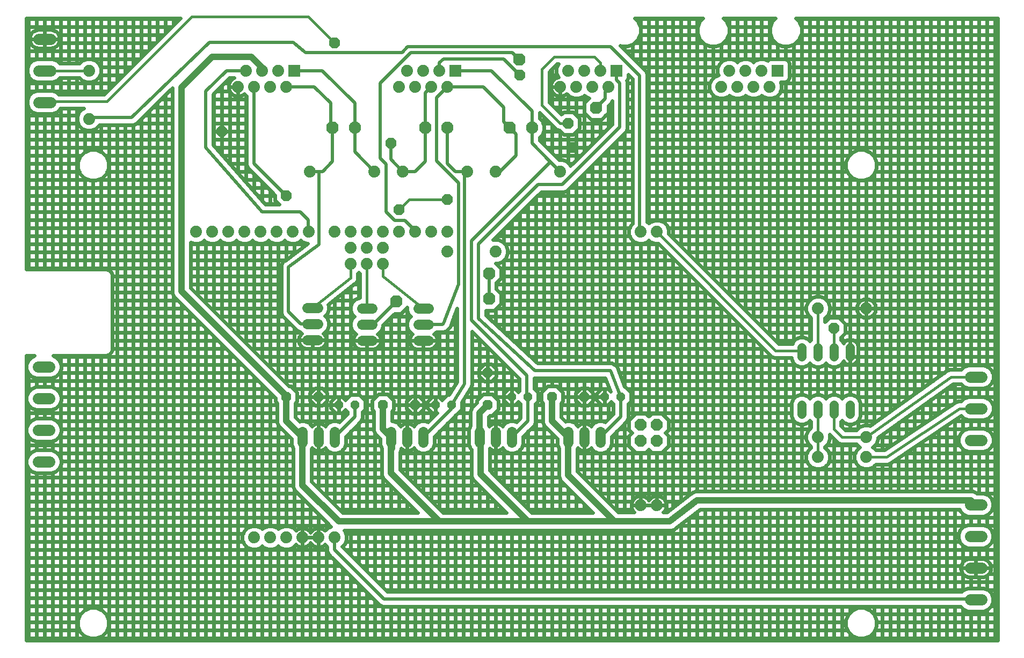
<source format=gbl>
G75*
%MOIN*%
%OFA0B0*%
%FSLAX25Y25*%
%IPPOS*%
%LPD*%
%AMOC8*
5,1,8,0,0,1.08239X$1,22.5*
%
%ADD10C,0.07400*%
%ADD11R,0.07400X0.07400*%
%ADD12OC8,0.07400*%
%ADD13C,0.07600*%
%ADD14OC8,0.07600*%
%ADD15OC8,0.06300*%
%ADD16OC8,0.05600*%
%ADD17C,0.06400*%
%ADD18C,0.05600*%
%ADD19C,0.07100*%
%ADD20OC8,0.06756*%
%ADD21C,0.01600*%
%ADD22C,0.02000*%
%ADD23C,0.04000*%
%ADD24C,0.02400*%
D10*
X0276965Y0194543D03*
X0286965Y0194543D03*
X0296965Y0194543D03*
X0306965Y0194543D03*
X0316965Y0194543D03*
X0326965Y0194543D03*
X0516965Y0214543D03*
X0526965Y0214543D03*
X0626965Y0244543D03*
X0626965Y0257043D03*
X0656965Y0257043D03*
X0656965Y0244543D03*
X0656965Y0337043D03*
X0626965Y0337043D03*
X0526965Y0384543D03*
X0516965Y0384543D03*
X0466965Y0422043D03*
X0426965Y0422043D03*
X0409170Y0422043D03*
X0369170Y0422043D03*
X0351670Y0422043D03*
X0311670Y0422043D03*
X0310965Y0384543D03*
X0300965Y0384543D03*
X0290965Y0384543D03*
X0280965Y0384543D03*
X0270965Y0384543D03*
X0260965Y0384543D03*
X0250965Y0384543D03*
X0240965Y0384543D03*
X0326965Y0384543D03*
X0336965Y0384543D03*
X0336965Y0374543D03*
X0346965Y0374543D03*
X0356965Y0374543D03*
X0356965Y0384543D03*
X0346965Y0384543D03*
X0366965Y0384543D03*
X0376965Y0384543D03*
X0386965Y0384543D03*
X0396965Y0384543D03*
X0396965Y0372339D03*
X0426965Y0372339D03*
X0356965Y0364543D03*
X0346965Y0364543D03*
X0336965Y0364543D03*
X0366965Y0474839D03*
X0376965Y0474839D03*
X0386965Y0474839D03*
X0396965Y0474839D03*
X0391965Y0484839D03*
X0381965Y0484839D03*
X0371965Y0484839D03*
X0296965Y0474839D03*
X0286965Y0474839D03*
X0276965Y0474839D03*
X0266965Y0474839D03*
X0271965Y0484839D03*
X0281965Y0484839D03*
X0291965Y0484839D03*
X0174465Y0484839D03*
X0174465Y0454839D03*
X0466965Y0474839D03*
X0476965Y0474839D03*
X0486965Y0474839D03*
X0496965Y0474839D03*
X0491965Y0484839D03*
X0481965Y0484839D03*
X0471965Y0484839D03*
X0566965Y0474839D03*
X0576965Y0474839D03*
X0586965Y0474839D03*
X0596965Y0474839D03*
X0591965Y0484839D03*
X0581965Y0484839D03*
X0571965Y0484839D03*
D11*
X0601965Y0484839D03*
X0501965Y0484839D03*
X0401965Y0484839D03*
X0301965Y0484839D03*
D12*
X0516965Y0264543D03*
X0516965Y0254543D03*
X0526965Y0254543D03*
X0526965Y0264543D03*
D13*
X0449465Y0449248D03*
X0396965Y0449248D03*
X0339465Y0449248D03*
D14*
X0325715Y0449248D03*
X0383215Y0449248D03*
X0435715Y0449248D03*
X0489365Y0461843D03*
X0441665Y0491543D03*
X0422765Y0358743D03*
X0422765Y0343043D03*
X0365165Y0341243D03*
D15*
X0421965Y0297043D03*
X0421965Y0277043D03*
X0461965Y0282043D03*
X0481965Y0282043D03*
X0376965Y0277043D03*
X0356965Y0277043D03*
X0316965Y0282043D03*
X0296965Y0282043D03*
D16*
X0329465Y0277043D03*
X0339465Y0277043D03*
X0389465Y0277043D03*
X0399465Y0277043D03*
X0436965Y0282043D03*
X0446965Y0282043D03*
X0494465Y0282043D03*
X0504465Y0282043D03*
D17*
X0491965Y0260243D02*
X0491965Y0253843D01*
X0481965Y0253843D02*
X0481965Y0260243D01*
X0471965Y0260243D02*
X0471965Y0253843D01*
X0436965Y0253843D02*
X0436965Y0260243D01*
X0426965Y0260243D02*
X0426965Y0253843D01*
X0416965Y0253843D02*
X0416965Y0260243D01*
X0381965Y0260243D02*
X0381965Y0253843D01*
X0371965Y0253843D02*
X0371965Y0260243D01*
X0361965Y0260243D02*
X0361965Y0253843D01*
X0326965Y0253843D02*
X0326965Y0260243D01*
X0316965Y0260243D02*
X0316965Y0253843D01*
X0306965Y0253843D02*
X0306965Y0260243D01*
X0310015Y0317339D02*
X0316415Y0317339D01*
X0316415Y0327339D02*
X0310015Y0327339D01*
X0310015Y0337339D02*
X0316415Y0337339D01*
X0343765Y0337043D02*
X0350165Y0337043D01*
X0350165Y0327043D02*
X0343765Y0327043D01*
X0343765Y0317043D02*
X0350165Y0317043D01*
X0378765Y0317043D02*
X0385165Y0317043D01*
X0385165Y0327043D02*
X0378765Y0327043D01*
X0378765Y0337043D02*
X0385165Y0337043D01*
D18*
X0616965Y0312643D02*
X0616965Y0307043D01*
X0626965Y0307043D02*
X0626965Y0312643D01*
X0636965Y0312643D02*
X0636965Y0307043D01*
X0646965Y0307043D02*
X0646965Y0312643D01*
X0646965Y0277043D02*
X0646965Y0271443D01*
X0636965Y0271443D02*
X0636965Y0277043D01*
X0626965Y0277043D02*
X0626965Y0271443D01*
X0616965Y0271443D02*
X0616965Y0277043D01*
D19*
X0721486Y0274839D02*
X0728586Y0274839D01*
X0728586Y0294524D02*
X0721486Y0294524D01*
X0721486Y0255154D02*
X0728586Y0255154D01*
X0728507Y0214996D02*
X0721407Y0214996D01*
X0721407Y0195311D02*
X0728507Y0195311D01*
X0728507Y0175626D02*
X0721407Y0175626D01*
X0721407Y0155941D02*
X0728507Y0155941D01*
X0149936Y0241746D02*
X0142836Y0241746D01*
X0142836Y0261431D02*
X0149936Y0261431D01*
X0149936Y0281117D02*
X0142836Y0281117D01*
X0142836Y0300802D02*
X0149936Y0300802D01*
X0150436Y0465154D02*
X0143336Y0465154D01*
X0143336Y0484839D02*
X0150436Y0484839D01*
X0150436Y0504524D02*
X0143336Y0504524D01*
D20*
X0256965Y0447043D03*
X0296965Y0407043D03*
X0361965Y0439543D03*
X0396965Y0404543D03*
X0366965Y0398293D03*
X0474465Y0437043D03*
X0471965Y0452043D03*
X0441965Y0482043D03*
X0326965Y0502043D03*
X0636965Y0324543D03*
D21*
X0636965Y0307043D01*
X0626965Y0307043D02*
X0626965Y0337043D01*
X0615715Y0310793D02*
X0600715Y0310793D01*
X0526965Y0384543D01*
X0471965Y0452043D02*
X0466965Y0452043D01*
X0455715Y0463293D01*
X0455715Y0485793D01*
X0463215Y0493293D01*
X0488215Y0493293D01*
X0491965Y0489543D01*
X0491965Y0484839D01*
X0396965Y0404543D02*
X0373215Y0404543D01*
X0366965Y0398293D01*
X0356965Y0364543D02*
X0356965Y0357043D01*
X0381965Y0337043D01*
X0346965Y0337043D02*
X0346965Y0364543D01*
X0336965Y0364543D02*
X0336965Y0356089D01*
X0313215Y0337339D01*
X0185715Y0465793D02*
X0146965Y0465793D01*
X0146886Y0465154D01*
X0146886Y0484839D02*
X0174465Y0484839D01*
X0185715Y0465793D02*
X0238215Y0518293D01*
X0310715Y0518293D01*
X0326965Y0502043D01*
X0615715Y0310793D02*
X0616965Y0307043D01*
X0616165Y0307643D01*
X0616165Y0310343D01*
X0626965Y0277043D02*
X0626965Y0257043D01*
X0626965Y0244543D01*
X0641965Y0257043D02*
X0636965Y0262043D01*
X0636965Y0277043D01*
X0641965Y0257043D02*
X0656965Y0257043D01*
X0709446Y0294524D01*
X0725036Y0294524D01*
X0725036Y0274839D02*
X0714760Y0274839D01*
X0669465Y0244543D01*
X0656965Y0244543D01*
D22*
X0680840Y0156443D02*
X0357565Y0156443D01*
X0326965Y0187043D01*
X0326965Y0194543D01*
X0326965Y0257043D02*
X0339465Y0269543D01*
X0339465Y0277043D01*
X0381965Y0257043D02*
X0399465Y0274543D01*
X0399465Y0277043D01*
X0407590Y0290168D01*
X0407590Y0421418D01*
X0409170Y0422043D01*
X0401965Y0422043D01*
X0396965Y0427043D01*
X0396965Y0449248D01*
X0383215Y0449248D02*
X0383215Y0471089D01*
X0386965Y0474839D01*
X0390265Y0468143D02*
X0396565Y0474443D01*
X0396965Y0474839D01*
X0419170Y0474839D01*
X0431965Y0462043D01*
X0431965Y0452998D01*
X0435715Y0449248D01*
X0439465Y0445498D01*
X0439465Y0432043D01*
X0429465Y0422043D01*
X0426965Y0422043D01*
X0403765Y0415043D02*
X0390265Y0428543D01*
X0390265Y0468143D01*
X0391965Y0484839D02*
X0391965Y0489543D01*
X0394465Y0492043D01*
X0431965Y0492043D01*
X0441965Y0482043D01*
X0441665Y0491543D02*
X0437165Y0496043D01*
X0374165Y0496043D01*
X0355265Y0477143D01*
X0355265Y0430343D01*
X0358865Y0426743D01*
X0358865Y0397043D01*
X0364265Y0391643D01*
X0370565Y0391643D01*
X0376865Y0385343D01*
X0376965Y0384543D01*
X0411965Y0379043D02*
X0460965Y0428043D01*
X0466965Y0422043D01*
X0468215Y0413918D02*
X0453215Y0413918D01*
X0416340Y0377043D01*
X0416365Y0377018D01*
X0416365Y0330643D01*
X0451115Y0298293D01*
X0498215Y0298293D01*
X0504465Y0282043D01*
X0504465Y0269543D01*
X0491965Y0257043D01*
X0446965Y0267043D02*
X0446965Y0282043D01*
X0446165Y0282743D01*
X0446165Y0295343D01*
X0411965Y0329543D01*
X0411965Y0379043D01*
X0422765Y0358743D02*
X0422765Y0343043D01*
X0403765Y0352043D02*
X0403765Y0415043D01*
X0383215Y0428293D02*
X0376965Y0422043D01*
X0369170Y0422043D01*
X0361965Y0429543D01*
X0361965Y0439543D01*
X0351670Y0422043D02*
X0339465Y0434248D01*
X0339465Y0449248D01*
X0339465Y0464543D01*
X0319170Y0484839D01*
X0301965Y0484839D01*
X0296965Y0474839D02*
X0314170Y0474839D01*
X0324465Y0464543D01*
X0324465Y0450498D01*
X0325715Y0449248D01*
X0325715Y0428293D01*
X0319465Y0422043D01*
X0317365Y0422043D01*
X0317365Y0376743D01*
X0298365Y0362743D01*
X0298365Y0334943D01*
X0305970Y0327339D01*
X0313215Y0327339D01*
X0346965Y0327043D02*
X0347165Y0327743D01*
X0351665Y0327743D01*
X0365165Y0341243D01*
X0381965Y0327043D02*
X0393765Y0327043D01*
X0394465Y0327743D01*
X0403765Y0352043D01*
X0468215Y0413918D02*
X0503840Y0449543D01*
X0503840Y0477043D01*
X0501965Y0478918D01*
X0501965Y0484839D01*
X0496965Y0474839D02*
X0497465Y0474443D01*
X0494765Y0471743D01*
X0494765Y0467243D01*
X0489365Y0461843D01*
X0516365Y0481643D02*
X0516365Y0385343D01*
X0516965Y0384543D01*
X0460965Y0428043D02*
X0449465Y0439543D01*
X0449465Y0449248D01*
X0449465Y0459543D01*
X0424170Y0484839D01*
X0401965Y0484839D01*
X0372365Y0499643D02*
X0498365Y0499643D01*
X0516365Y0481643D01*
X0383215Y0449248D02*
X0383215Y0428293D01*
X0317365Y0422043D02*
X0311670Y0422043D01*
X0296965Y0407043D02*
X0276965Y0427043D01*
X0276965Y0474839D01*
X0271965Y0484839D02*
X0259760Y0484839D01*
X0246965Y0472043D01*
X0246965Y0437043D01*
X0281965Y0397043D01*
X0305715Y0397043D01*
X0310715Y0392043D01*
X0310715Y0387293D01*
X0310965Y0384543D01*
X0200865Y0455543D02*
X0249065Y0502493D01*
X0301065Y0502493D01*
X0308765Y0496043D01*
X0368765Y0496043D01*
X0372365Y0499643D01*
X0200865Y0455543D02*
X0175265Y0455543D01*
X0174465Y0454839D01*
X0436965Y0257043D02*
X0446965Y0267043D01*
X0680840Y0156443D02*
X0724465Y0156418D01*
X0724957Y0155941D01*
D23*
X0724957Y0214996D02*
X0724465Y0215168D01*
X0721965Y0217668D01*
X0551965Y0217668D01*
X0534990Y0204643D01*
X0509065Y0204643D01*
X0500707Y0204588D01*
X0471965Y0233329D01*
X0471965Y0257043D01*
X0461965Y0267043D01*
X0461965Y0282043D01*
X0421965Y0277043D02*
X0416965Y0272043D01*
X0416965Y0257043D01*
X0417590Y0255168D01*
X0417590Y0233918D01*
X0446965Y0204543D01*
X0391965Y0204543D01*
X0361965Y0234543D01*
X0361965Y0257043D01*
X0356965Y0262043D01*
X0356965Y0277043D01*
X0361965Y0257043D02*
X0362590Y0250168D01*
X0306965Y0257043D02*
X0306965Y0227043D01*
X0329465Y0204543D01*
X0391965Y0204543D01*
X0446965Y0204543D02*
X0493965Y0204543D01*
X0500707Y0204588D01*
X0306965Y0257043D02*
X0296965Y0267043D01*
X0296965Y0282043D01*
X0295865Y0283643D01*
X0231965Y0347543D01*
X0231965Y0474443D01*
X0250865Y0493343D01*
X0275165Y0493343D01*
X0281465Y0487043D01*
X0281465Y0485243D01*
X0281965Y0484839D01*
D24*
X0135565Y0307643D02*
X0135565Y0130643D01*
X0738601Y0130643D01*
X0738601Y0517459D01*
X0613348Y0517455D01*
X0615357Y0515446D01*
X0616864Y0511808D01*
X0616864Y0507870D01*
X0615357Y0504231D01*
X0612573Y0501446D01*
X0608934Y0499939D01*
X0604996Y0499939D01*
X0601358Y0501446D01*
X0598573Y0504231D01*
X0597066Y0507870D01*
X0597066Y0511808D01*
X0598573Y0515446D01*
X0600582Y0517454D01*
X0568350Y0517453D01*
X0570357Y0515446D01*
X0571864Y0511808D01*
X0571864Y0507870D01*
X0570357Y0504231D01*
X0567573Y0501446D01*
X0563934Y0499939D01*
X0559996Y0499939D01*
X0556358Y0501446D01*
X0553573Y0504231D01*
X0552066Y0507870D01*
X0552066Y0511808D01*
X0553573Y0515446D01*
X0555580Y0517453D01*
X0513352Y0517452D01*
X0515357Y0515446D01*
X0516864Y0511808D01*
X0516864Y0507870D01*
X0515357Y0504231D01*
X0512573Y0501446D01*
X0508934Y0499939D01*
X0504996Y0499939D01*
X0504276Y0500238D01*
X0518971Y0485543D01*
X0518971Y0485543D01*
X0520265Y0484249D01*
X0520965Y0482558D01*
X0520965Y0390788D01*
X0521100Y0390732D01*
X0521965Y0389867D01*
X0522830Y0390732D01*
X0525513Y0391843D01*
X0528417Y0391843D01*
X0531100Y0390732D01*
X0533154Y0388678D01*
X0534265Y0385995D01*
X0534265Y0383466D01*
X0602538Y0315193D01*
X0611094Y0315193D01*
X0611540Y0316269D01*
X0613340Y0318069D01*
X0615692Y0319043D01*
X0618238Y0319043D01*
X0620591Y0318069D01*
X0621965Y0316694D01*
X0621965Y0331720D01*
X0621641Y0332043D02*
X0585688Y0332043D01*
X0586965Y0330766D02*
X0586965Y0467539D01*
X0585513Y0467539D02*
X0588417Y0467539D01*
X0591100Y0468650D01*
X0591965Y0469515D01*
X0592830Y0468650D01*
X0595513Y0467539D01*
X0598417Y0467539D01*
X0601100Y0468650D01*
X0603154Y0470703D01*
X0604265Y0473387D01*
X0604265Y0476291D01*
X0603748Y0477539D01*
X0606381Y0477539D01*
X0607704Y0478087D01*
X0608717Y0479099D01*
X0609265Y0480422D01*
X0609265Y0489255D01*
X0608717Y0490578D01*
X0607704Y0491591D01*
X0606381Y0492139D01*
X0597549Y0492139D01*
X0596226Y0491591D01*
X0595791Y0491155D01*
X0593417Y0492139D01*
X0590513Y0492139D01*
X0587830Y0491027D01*
X0586965Y0490162D01*
X0586100Y0491027D01*
X0583417Y0492139D01*
X0580513Y0492139D01*
X0577830Y0491027D01*
X0576965Y0490162D01*
X0576100Y0491027D01*
X0573417Y0492139D01*
X0570513Y0492139D01*
X0567830Y0491027D01*
X0565777Y0488974D01*
X0564665Y0486291D01*
X0564665Y0483387D01*
X0565231Y0482022D01*
X0562830Y0481027D01*
X0560777Y0478974D01*
X0559665Y0476291D01*
X0559665Y0473387D01*
X0560777Y0470703D01*
X0562830Y0468650D01*
X0565513Y0467539D01*
X0568417Y0467539D01*
X0571100Y0468650D01*
X0571965Y0469515D01*
X0572830Y0468650D01*
X0575513Y0467539D01*
X0578417Y0467539D01*
X0581100Y0468650D01*
X0581965Y0469515D01*
X0582830Y0468650D01*
X0585513Y0467539D01*
X0581965Y0469515D02*
X0581965Y0335766D01*
X0580688Y0337043D02*
X0619665Y0337043D01*
X0619665Y0338495D02*
X0619665Y0335591D01*
X0620777Y0332908D01*
X0622565Y0331120D01*
X0622565Y0317294D01*
X0621965Y0316694D01*
X0621616Y0317043D02*
X0622314Y0317043D01*
X0622565Y0322043D02*
X0595688Y0322043D01*
X0596965Y0320766D02*
X0596965Y0467539D01*
X0591965Y0469515D02*
X0591965Y0325766D01*
X0590688Y0327043D02*
X0622565Y0327043D01*
X0631365Y0328812D02*
X0631365Y0331120D01*
X0633154Y0332908D01*
X0634265Y0335591D01*
X0634265Y0338495D01*
X0633154Y0341178D01*
X0631100Y0343232D01*
X0628417Y0344343D01*
X0625513Y0344343D01*
X0622830Y0343232D01*
X0620777Y0341178D01*
X0619665Y0338495D01*
X0621641Y0342043D02*
X0575688Y0342043D01*
X0576965Y0340766D02*
X0576965Y0467539D01*
X0571965Y0469515D02*
X0571965Y0345766D01*
X0570688Y0347043D02*
X0738601Y0347043D01*
X0738601Y0342043D02*
X0660121Y0342043D01*
X0660057Y0342089D02*
X0659230Y0342511D01*
X0658347Y0342798D01*
X0657430Y0342943D01*
X0656965Y0342943D01*
X0656501Y0342943D01*
X0655584Y0342798D01*
X0654700Y0342511D01*
X0653873Y0342089D01*
X0653122Y0341544D01*
X0652465Y0340887D01*
X0651919Y0340136D01*
X0651497Y0339308D01*
X0651210Y0338425D01*
X0651065Y0337508D01*
X0651065Y0337043D01*
X0651065Y0336579D01*
X0651210Y0335662D01*
X0651497Y0334778D01*
X0651919Y0333951D01*
X0652465Y0333200D01*
X0653122Y0332543D01*
X0653873Y0331997D01*
X0654700Y0331576D01*
X0655584Y0331289D01*
X0656501Y0331143D01*
X0656965Y0331143D01*
X0656965Y0337043D01*
X0656965Y0337043D01*
X0651065Y0337043D01*
X0656965Y0337043D01*
X0656965Y0337043D01*
X0656965Y0264343D01*
X0655513Y0264343D02*
X0652830Y0263232D01*
X0651041Y0261443D01*
X0643788Y0261443D01*
X0641365Y0263866D01*
X0641365Y0266792D01*
X0641965Y0267392D01*
X0641965Y0263266D01*
X0643188Y0262043D02*
X0651641Y0262043D01*
X0651965Y0262367D02*
X0651965Y0267392D01*
X0651616Y0267043D02*
X0663397Y0267043D01*
X0661965Y0266021D02*
X0661965Y0333888D01*
X0662011Y0333951D02*
X0662433Y0334778D01*
X0662720Y0335662D01*
X0662865Y0336579D01*
X0662865Y0337043D01*
X0656965Y0337043D01*
X0634265Y0337043D01*
X0632289Y0332043D02*
X0653809Y0332043D01*
X0651965Y0333888D02*
X0651965Y0281094D01*
X0652391Y0280669D02*
X0650591Y0282469D01*
X0648238Y0283443D01*
X0645692Y0283443D01*
X0643340Y0282469D01*
X0641965Y0281094D01*
X0640591Y0282469D01*
X0638238Y0283443D01*
X0635692Y0283443D01*
X0633340Y0282469D01*
X0631965Y0281094D01*
X0630591Y0282469D01*
X0628238Y0283443D01*
X0625692Y0283443D01*
X0623340Y0282469D01*
X0621965Y0281094D01*
X0620591Y0282469D01*
X0618238Y0283443D01*
X0615692Y0283443D01*
X0613340Y0282469D01*
X0611540Y0280669D01*
X0610565Y0278316D01*
X0610565Y0270170D01*
X0611540Y0267818D01*
X0613340Y0266018D01*
X0615692Y0265043D01*
X0618238Y0265043D01*
X0620591Y0266018D01*
X0621965Y0267392D01*
X0621965Y0262367D01*
X0621641Y0262043D02*
X0534265Y0262043D01*
X0534265Y0261520D02*
X0534265Y0267567D01*
X0529989Y0271843D01*
X0523941Y0271843D01*
X0521965Y0269867D01*
X0521965Y0379220D01*
X0522830Y0378355D01*
X0525513Y0377243D01*
X0528043Y0377243D01*
X0598223Y0307063D01*
X0599840Y0306393D01*
X0610565Y0306393D01*
X0610565Y0305770D01*
X0611540Y0303418D01*
X0613340Y0301618D01*
X0615692Y0300643D01*
X0618238Y0300643D01*
X0620591Y0301618D01*
X0621965Y0302992D01*
X0621965Y0281094D01*
X0621016Y0282043D02*
X0622914Y0282043D01*
X0626965Y0283443D02*
X0626965Y0300643D01*
X0625692Y0300643D02*
X0628238Y0300643D01*
X0630591Y0301618D01*
X0631965Y0302992D01*
X0631965Y0281094D01*
X0631016Y0282043D02*
X0632914Y0282043D01*
X0636965Y0283443D02*
X0636965Y0300643D01*
X0635692Y0300643D02*
X0638238Y0300643D01*
X0640591Y0301618D01*
X0642391Y0303418D01*
X0642764Y0304319D01*
X0643151Y0303786D01*
X0643708Y0303230D01*
X0644345Y0302767D01*
X0645046Y0302410D01*
X0645794Y0302166D01*
X0646572Y0302043D01*
X0641016Y0302043D01*
X0641965Y0302992D02*
X0641965Y0281094D01*
X0641016Y0282043D02*
X0642914Y0282043D01*
X0646965Y0283443D02*
X0646965Y0307043D01*
X0646965Y0307043D01*
X0646965Y0302043D01*
X0646965Y0302043D01*
X0646572Y0302043D01*
X0646965Y0302043D02*
X0647359Y0302043D01*
X0738601Y0302043D01*
X0738601Y0297043D02*
X0735281Y0297043D01*
X0735736Y0295946D02*
X0734648Y0298574D01*
X0732636Y0300585D01*
X0730008Y0301674D01*
X0720064Y0301674D01*
X0717436Y0300585D01*
X0715774Y0298924D01*
X0709810Y0298924D01*
X0709306Y0299008D01*
X0708943Y0298924D01*
X0708570Y0298924D01*
X0708098Y0298728D01*
X0707601Y0298613D01*
X0707297Y0298396D01*
X0706953Y0298254D01*
X0706592Y0297892D01*
X0659176Y0264029D01*
X0658417Y0264343D01*
X0655513Y0264343D01*
X0652391Y0267818D02*
X0653365Y0270170D01*
X0653365Y0278316D01*
X0652391Y0280669D01*
X0651016Y0282043D02*
X0684400Y0282043D01*
X0681965Y0280305D02*
X0681965Y0517457D01*
X0676965Y0517457D02*
X0676965Y0276734D01*
X0677399Y0277043D02*
X0653365Y0277043D01*
X0653365Y0272043D02*
X0670398Y0272043D01*
X0671965Y0273163D02*
X0671965Y0517457D01*
X0666965Y0517457D02*
X0666965Y0269592D01*
X0671965Y0262349D02*
X0671965Y0251509D01*
X0672764Y0252043D02*
X0662289Y0252043D01*
X0661965Y0251720D02*
X0661965Y0249867D01*
X0661100Y0250732D02*
X0662889Y0248943D01*
X0668129Y0248943D01*
X0711955Y0278256D01*
X0712268Y0278569D01*
X0712675Y0278737D01*
X0713042Y0278982D01*
X0713476Y0279069D01*
X0713885Y0279239D01*
X0714326Y0279239D01*
X0714758Y0279325D01*
X0715193Y0279239D01*
X0715774Y0279239D01*
X0717436Y0280900D01*
X0720064Y0281989D01*
X0730008Y0281989D01*
X0732636Y0280900D01*
X0734648Y0278889D01*
X0735736Y0276261D01*
X0735736Y0273416D01*
X0734648Y0270788D01*
X0732636Y0268777D01*
X0730008Y0267689D01*
X0720064Y0267689D01*
X0717436Y0268777D01*
X0715903Y0270310D01*
X0672271Y0241126D01*
X0671958Y0240813D01*
X0671550Y0240644D01*
X0671184Y0240399D01*
X0670750Y0240313D01*
X0670340Y0240143D01*
X0669900Y0240143D01*
X0669467Y0240057D01*
X0669033Y0240143D01*
X0662889Y0240143D01*
X0661100Y0238355D01*
X0658417Y0237243D01*
X0655513Y0237243D01*
X0652830Y0238355D01*
X0650777Y0240408D01*
X0649665Y0243091D01*
X0649665Y0245995D01*
X0650777Y0248678D01*
X0652830Y0250732D01*
X0652978Y0250793D01*
X0652830Y0250855D01*
X0651041Y0252643D01*
X0641090Y0252643D01*
X0639473Y0253313D01*
X0634473Y0258313D01*
X0634247Y0258539D01*
X0634265Y0258495D01*
X0634265Y0255591D01*
X0633154Y0252908D01*
X0631365Y0251120D01*
X0631365Y0250467D01*
X0633154Y0248678D01*
X0634265Y0245995D01*
X0634265Y0243091D01*
X0633154Y0240408D01*
X0631100Y0238355D01*
X0628417Y0237243D01*
X0625513Y0237243D01*
X0622830Y0238355D01*
X0620777Y0240408D01*
X0619665Y0243091D01*
X0619665Y0245995D01*
X0620777Y0248678D01*
X0622565Y0250467D01*
X0622565Y0251120D01*
X0620777Y0252908D01*
X0619665Y0255591D01*
X0619665Y0258495D01*
X0620777Y0261178D01*
X0622565Y0262967D01*
X0622565Y0266792D01*
X0621965Y0267392D01*
X0621616Y0267043D02*
X0622314Y0267043D01*
X0616965Y0265043D02*
X0616965Y0223268D01*
X0611965Y0223268D02*
X0611965Y0267392D01*
X0612314Y0267043D02*
X0534265Y0267043D01*
X0531965Y0269867D02*
X0531965Y0373321D01*
X0533243Y0372043D02*
X0434265Y0372043D01*
X0434265Y0370887D02*
X0434265Y0373791D01*
X0433154Y0376474D01*
X0431100Y0378527D01*
X0428417Y0379639D01*
X0425513Y0379639D01*
X0425390Y0379587D01*
X0455121Y0409318D01*
X0469130Y0409318D01*
X0470821Y0410019D01*
X0472115Y0411313D01*
X0506446Y0445644D01*
X0507740Y0446938D01*
X0508440Y0448628D01*
X0508440Y0477958D01*
X0508187Y0478569D01*
X0508717Y0479099D01*
X0509265Y0480422D01*
X0509265Y0482238D01*
X0511765Y0479738D01*
X0511765Y0389667D01*
X0510777Y0388678D01*
X0509665Y0385995D01*
X0509665Y0383091D01*
X0510777Y0380408D01*
X0512830Y0378355D01*
X0515513Y0377243D01*
X0518417Y0377243D01*
X0521100Y0378355D01*
X0521965Y0379220D01*
X0516965Y0377243D02*
X0516965Y0271843D01*
X0513941Y0271843D02*
X0509665Y0267567D01*
X0509665Y0261520D01*
X0511641Y0259543D01*
X0509665Y0257567D01*
X0509665Y0251520D01*
X0513941Y0247243D01*
X0519989Y0247243D01*
X0521965Y0249220D01*
X0521965Y0217699D01*
X0521465Y0218387D01*
X0520809Y0219044D01*
X0520057Y0219589D01*
X0519230Y0220011D01*
X0518347Y0220298D01*
X0517430Y0220443D01*
X0516965Y0220443D01*
X0516501Y0220443D01*
X0515584Y0220298D01*
X0514700Y0220011D01*
X0513873Y0219589D01*
X0513122Y0219044D01*
X0512465Y0218387D01*
X0511919Y0217636D01*
X0511497Y0216808D01*
X0511210Y0215925D01*
X0511065Y0215008D01*
X0511065Y0214543D01*
X0511065Y0214079D01*
X0511210Y0213162D01*
X0511497Y0212278D01*
X0511919Y0211451D01*
X0512465Y0210700D01*
X0512921Y0210243D01*
X0510160Y0210243D01*
X0510142Y0210251D01*
X0509046Y0210243D01*
X0507951Y0210243D01*
X0507934Y0210236D01*
X0503011Y0210203D01*
X0477565Y0235649D01*
X0477565Y0249827D01*
X0477730Y0249991D01*
X0477862Y0250310D01*
X0478447Y0249724D01*
X0479135Y0249225D01*
X0479892Y0248839D01*
X0480701Y0248576D01*
X0481540Y0248443D01*
X0481965Y0248443D01*
X0481965Y0257043D01*
X0481965Y0257043D01*
X0481965Y0231249D01*
X0481171Y0232043D02*
X0738601Y0232043D01*
X0738601Y0227043D02*
X0486171Y0227043D01*
X0486965Y0226249D02*
X0486965Y0249227D01*
X0486200Y0249991D02*
X0488113Y0248079D01*
X0490613Y0247043D01*
X0477565Y0247043D01*
X0481965Y0248443D02*
X0482390Y0248443D01*
X0483230Y0248576D01*
X0484038Y0248839D01*
X0484795Y0249225D01*
X0485483Y0249724D01*
X0486069Y0250310D01*
X0486200Y0249991D01*
X0481965Y0248443D02*
X0481965Y0257043D01*
X0481965Y0265643D01*
X0481540Y0265643D01*
X0480701Y0265510D01*
X0479892Y0265248D01*
X0479135Y0264862D01*
X0478447Y0264362D01*
X0477862Y0263777D01*
X0477730Y0264095D01*
X0475817Y0266008D01*
X0473318Y0267043D01*
X0470613Y0267043D01*
X0470098Y0266830D01*
X0467565Y0269363D01*
X0467565Y0278097D01*
X0468715Y0279247D01*
X0468715Y0284839D01*
X0464761Y0288793D01*
X0459169Y0288793D01*
X0455215Y0284839D01*
X0455215Y0279247D01*
X0456365Y0278097D01*
X0456365Y0265929D01*
X0457218Y0263871D01*
X0458793Y0262296D01*
X0465165Y0255924D01*
X0465165Y0252491D01*
X0466200Y0249991D01*
X0466365Y0249827D01*
X0466365Y0232215D01*
X0467218Y0230157D01*
X0487232Y0210143D01*
X0449285Y0210143D01*
X0423190Y0236238D01*
X0423190Y0249982D01*
X0423447Y0249724D01*
X0424135Y0249225D01*
X0424892Y0248839D01*
X0425701Y0248576D01*
X0426540Y0248443D01*
X0426965Y0248443D01*
X0426965Y0257043D01*
X0426965Y0257043D01*
X0426965Y0232463D01*
X0427385Y0232043D02*
X0466437Y0232043D01*
X0466965Y0230767D02*
X0466965Y0210143D01*
X0461965Y0210143D02*
X0461965Y0259124D01*
X0464046Y0257043D02*
X0443765Y0257043D01*
X0443765Y0257338D02*
X0450865Y0264438D01*
X0451565Y0266128D01*
X0451565Y0277592D01*
X0453365Y0279392D01*
X0453365Y0284694D01*
X0450765Y0287294D01*
X0450765Y0293678D01*
X0451197Y0293693D01*
X0495056Y0293693D01*
X0498287Y0285293D01*
X0496536Y0287043D01*
X0494465Y0287043D01*
X0492394Y0287043D01*
X0489465Y0284114D01*
X0489465Y0282043D01*
X0489465Y0279972D01*
X0492394Y0277043D01*
X0484531Y0277043D01*
X0484181Y0276693D02*
X0487315Y0279827D01*
X0487315Y0282043D01*
X0481965Y0282043D01*
X0481965Y0282043D01*
X0481965Y0276693D01*
X0479749Y0276693D01*
X0476615Y0279827D01*
X0476615Y0282043D01*
X0481965Y0282043D01*
X0481965Y0282043D01*
X0481965Y0257043D01*
X0481965Y0257043D01*
X0481965Y0265643D01*
X0482390Y0265643D01*
X0483230Y0265510D01*
X0484038Y0265248D01*
X0484795Y0264862D01*
X0485483Y0264362D01*
X0486069Y0263777D01*
X0486200Y0264095D01*
X0488113Y0266008D01*
X0490613Y0267043D01*
X0493318Y0267043D01*
X0494832Y0266416D01*
X0499865Y0271449D01*
X0499865Y0277592D01*
X0498475Y0278982D01*
X0496536Y0277043D01*
X0499865Y0277043D01*
X0496965Y0277472D02*
X0496965Y0268549D01*
X0495460Y0267043D02*
X0469885Y0267043D01*
X0471965Y0267043D02*
X0471965Y0293693D01*
X0466965Y0293693D02*
X0466965Y0286589D01*
X0466511Y0287043D02*
X0479399Y0287043D01*
X0479749Y0287393D02*
X0476615Y0284259D01*
X0476615Y0282043D01*
X0481965Y0282043D01*
X0468715Y0282043D01*
X0467565Y0277043D02*
X0479399Y0277043D01*
X0481965Y0277043D02*
X0481965Y0277043D01*
X0481965Y0276693D02*
X0484181Y0276693D01*
X0481965Y0276693D02*
X0481965Y0282043D01*
X0481965Y0282043D01*
X0494465Y0282043D01*
X0494465Y0282043D01*
X0494465Y0277043D01*
X0494465Y0277043D01*
X0492394Y0277043D01*
X0491965Y0277472D02*
X0491965Y0267043D01*
X0486965Y0264860D02*
X0486965Y0279477D01*
X0486965Y0282043D02*
X0486965Y0282043D01*
X0487315Y0282043D02*
X0487315Y0284259D01*
X0484181Y0287393D01*
X0481965Y0287393D01*
X0479749Y0287393D01*
X0481965Y0287393D02*
X0481965Y0282043D01*
X0481965Y0282043D01*
X0481965Y0293693D01*
X0476965Y0293693D02*
X0476965Y0284609D01*
X0476965Y0282043D02*
X0476965Y0282043D01*
X0476965Y0279477D02*
X0476965Y0264860D01*
X0481965Y0262043D02*
X0481965Y0262043D01*
X0467565Y0272043D02*
X0499865Y0272043D01*
X0496536Y0277043D02*
X0494465Y0277043D01*
X0494465Y0282043D01*
X0489465Y0282043D01*
X0494465Y0282043D01*
X0494465Y0282043D01*
X0494465Y0287043D01*
X0494465Y0282043D01*
X0494465Y0282043D01*
X0491965Y0282043D02*
X0491965Y0282043D01*
X0491965Y0286614D02*
X0491965Y0293693D01*
X0495691Y0292043D02*
X0450765Y0292043D01*
X0451965Y0293693D02*
X0451965Y0286094D01*
X0451016Y0287043D02*
X0457419Y0287043D01*
X0456965Y0286589D02*
X0456965Y0293693D01*
X0461965Y0293693D02*
X0461965Y0288793D01*
X0455215Y0282043D02*
X0453365Y0282043D01*
X0451965Y0277992D02*
X0451965Y0210143D01*
X0447385Y0212043D02*
X0485332Y0212043D01*
X0486965Y0210410D02*
X0486965Y0210143D01*
X0481965Y0210143D02*
X0481965Y0215410D01*
X0480332Y0217043D02*
X0442385Y0217043D01*
X0441965Y0217463D02*
X0441965Y0249227D01*
X0442730Y0249991D02*
X0443765Y0252491D01*
X0443765Y0257338D01*
X0446965Y0260538D02*
X0446965Y0212463D01*
X0433446Y0210143D02*
X0394285Y0210143D01*
X0367565Y0236863D01*
X0367565Y0247391D01*
X0367605Y0247439D01*
X0368268Y0249566D01*
X0368234Y0249937D01*
X0368447Y0249724D01*
X0369135Y0249225D01*
X0369892Y0248839D01*
X0370701Y0248576D01*
X0371540Y0248443D01*
X0371965Y0248443D01*
X0371965Y0257043D01*
X0371965Y0257043D01*
X0371965Y0232463D01*
X0372385Y0232043D02*
X0412305Y0232043D01*
X0411990Y0232804D02*
X0412843Y0230746D01*
X0433446Y0210143D01*
X0431965Y0210143D02*
X0431965Y0211624D01*
X0431546Y0212043D02*
X0392385Y0212043D01*
X0391965Y0212463D02*
X0391965Y0260538D01*
X0393471Y0262043D02*
X0410351Y0262043D01*
X0410165Y0261596D02*
X0410165Y0252491D01*
X0411200Y0249991D01*
X0411990Y0249202D01*
X0411990Y0232804D01*
X0411990Y0237043D02*
X0367565Y0237043D01*
X0367565Y0242043D02*
X0411990Y0242043D01*
X0411990Y0247043D02*
X0383318Y0247043D01*
X0385817Y0248079D01*
X0387730Y0249991D01*
X0388765Y0252491D01*
X0388765Y0257338D01*
X0402071Y0270643D01*
X0402116Y0270643D01*
X0405865Y0274392D01*
X0405865Y0278642D01*
X0411220Y0287293D01*
X0411490Y0287563D01*
X0411698Y0288064D01*
X0411983Y0288525D01*
X0412044Y0288901D01*
X0412190Y0289253D01*
X0412190Y0289796D01*
X0412277Y0290331D01*
X0412190Y0290702D01*
X0412190Y0322813D01*
X0441565Y0293438D01*
X0441565Y0285694D01*
X0440975Y0285104D01*
X0439036Y0287043D01*
X0436965Y0287043D01*
X0434894Y0287043D01*
X0431965Y0284114D01*
X0431965Y0303038D01*
X0432960Y0302043D02*
X0424531Y0302043D01*
X0424181Y0302393D02*
X0421965Y0302393D01*
X0419749Y0302393D01*
X0416615Y0299259D01*
X0416615Y0297043D01*
X0416615Y0294827D01*
X0419749Y0291693D01*
X0421965Y0291693D01*
X0421965Y0297043D01*
X0421965Y0297043D01*
X0416615Y0297043D01*
X0421965Y0297043D01*
X0421965Y0297043D01*
X0421965Y0283793D01*
X0424761Y0283793D02*
X0419169Y0283793D01*
X0415215Y0279839D01*
X0415215Y0278213D01*
X0412218Y0275215D01*
X0411365Y0273157D01*
X0411365Y0264260D01*
X0411200Y0264095D01*
X0410165Y0261596D01*
X0410165Y0257043D02*
X0388765Y0257043D01*
X0388580Y0252043D02*
X0410351Y0252043D01*
X0411965Y0249227D02*
X0411965Y0210143D01*
X0406965Y0210143D02*
X0406965Y0280419D01*
X0407971Y0282043D02*
X0417419Y0282043D01*
X0416965Y0281589D02*
X0416965Y0294477D01*
X0416965Y0297043D02*
X0416965Y0297043D01*
X0416965Y0299609D02*
X0416965Y0318038D01*
X0417960Y0317043D02*
X0412190Y0317043D01*
X0412190Y0312043D02*
X0422960Y0312043D01*
X0421965Y0313038D02*
X0421965Y0297043D01*
X0412190Y0297043D01*
X0412190Y0292043D02*
X0419399Y0292043D01*
X0421965Y0292043D02*
X0421965Y0292043D01*
X0421965Y0291693D02*
X0424181Y0291693D01*
X0427315Y0294827D01*
X0427315Y0297043D01*
X0421965Y0297043D01*
X0421965Y0291693D01*
X0424531Y0292043D02*
X0441565Y0292043D01*
X0441565Y0287043D02*
X0411066Y0287043D01*
X0411965Y0288496D02*
X0411965Y0274606D01*
X0411365Y0272043D02*
X0403516Y0272043D01*
X0401965Y0270538D02*
X0401965Y0210143D01*
X0396965Y0210143D02*
X0396965Y0265538D01*
X0398471Y0267043D02*
X0411365Y0267043D01*
X0414046Y0277043D02*
X0405865Y0277043D01*
X0398017Y0283443D02*
X0396814Y0283443D01*
X0393475Y0280104D01*
X0391536Y0282043D01*
X0389465Y0282043D01*
X0387394Y0282043D01*
X0384465Y0279114D01*
X0384465Y0277043D01*
X0384465Y0274972D01*
X0387394Y0272043D01*
X0379531Y0272043D01*
X0379181Y0271693D02*
X0382315Y0274827D01*
X0382315Y0277043D01*
X0376965Y0277043D01*
X0376965Y0277043D01*
X0376965Y0271693D01*
X0374749Y0271693D01*
X0371615Y0274827D01*
X0371615Y0277043D01*
X0376965Y0277043D01*
X0376965Y0277043D01*
X0376965Y0264860D01*
X0376200Y0264095D02*
X0376069Y0263777D01*
X0375483Y0264362D01*
X0374795Y0264862D01*
X0374038Y0265248D01*
X0373230Y0265510D01*
X0372390Y0265643D01*
X0371965Y0265643D01*
X0371540Y0265643D01*
X0370701Y0265510D01*
X0369892Y0265248D01*
X0369135Y0264862D01*
X0368447Y0264362D01*
X0367862Y0263777D01*
X0367730Y0264095D01*
X0365817Y0266008D01*
X0363318Y0267043D01*
X0362565Y0267043D01*
X0362565Y0273097D01*
X0363715Y0274247D01*
X0363715Y0279839D01*
X0359761Y0283793D01*
X0354169Y0283793D01*
X0350215Y0279839D01*
X0350215Y0274247D01*
X0351365Y0273097D01*
X0351365Y0260929D01*
X0352218Y0258871D01*
X0353793Y0257296D01*
X0355165Y0255924D01*
X0355165Y0252491D01*
X0356200Y0249991D01*
X0356365Y0249827D01*
X0356365Y0233429D01*
X0357218Y0231371D01*
X0378446Y0210143D01*
X0331785Y0210143D01*
X0312565Y0229363D01*
X0312565Y0249827D01*
X0312730Y0249991D01*
X0312862Y0250310D01*
X0313447Y0249724D01*
X0314135Y0249225D01*
X0314892Y0248839D01*
X0315701Y0248576D01*
X0316540Y0248443D01*
X0316965Y0248443D01*
X0316965Y0257043D01*
X0316965Y0257043D01*
X0316965Y0224963D01*
X0314885Y0227043D02*
X0361546Y0227043D01*
X0361965Y0226624D02*
X0361965Y0210143D01*
X0356965Y0210143D02*
X0356965Y0231981D01*
X0356939Y0232043D02*
X0312565Y0232043D01*
X0312565Y0237043D02*
X0356365Y0237043D01*
X0356365Y0242043D02*
X0312565Y0242043D01*
X0312565Y0247043D02*
X0325613Y0247043D01*
X0328318Y0247043D01*
X0356365Y0247043D01*
X0355351Y0252043D02*
X0333580Y0252043D01*
X0333765Y0252491D02*
X0333765Y0257338D01*
X0342071Y0265644D01*
X0343365Y0266938D01*
X0344065Y0268628D01*
X0344065Y0272592D01*
X0345865Y0274392D01*
X0345865Y0279694D01*
X0342116Y0283443D01*
X0336814Y0283443D01*
X0333475Y0280104D01*
X0331536Y0282043D01*
X0329465Y0282043D01*
X0327394Y0282043D01*
X0324465Y0279114D01*
X0324465Y0277043D01*
X0324465Y0274972D01*
X0327394Y0272043D01*
X0302565Y0272043D01*
X0302565Y0269363D02*
X0302565Y0278097D01*
X0303715Y0279247D01*
X0303715Y0284839D01*
X0299761Y0288793D01*
X0298635Y0288793D01*
X0237565Y0349863D01*
X0237565Y0378050D01*
X0239513Y0377243D01*
X0242417Y0377243D01*
X0245100Y0378355D01*
X0245965Y0379220D01*
X0246830Y0378355D01*
X0249513Y0377243D01*
X0252417Y0377243D01*
X0255100Y0378355D01*
X0255965Y0379220D01*
X0256830Y0378355D01*
X0259513Y0377243D01*
X0262417Y0377243D01*
X0265100Y0378355D01*
X0265965Y0379220D01*
X0266830Y0378355D01*
X0269513Y0377243D01*
X0272417Y0377243D01*
X0275100Y0378355D01*
X0275965Y0379220D01*
X0276830Y0378355D01*
X0279513Y0377243D01*
X0282417Y0377243D01*
X0285100Y0378355D01*
X0285965Y0379220D01*
X0286830Y0378355D01*
X0289513Y0377243D01*
X0292417Y0377243D01*
X0295100Y0378355D01*
X0295965Y0379220D01*
X0296830Y0378355D01*
X0299513Y0377243D01*
X0302417Y0377243D01*
X0305100Y0378355D01*
X0305965Y0379220D01*
X0306830Y0378355D01*
X0309513Y0377243D01*
X0310289Y0377243D01*
X0296087Y0366779D01*
X0295760Y0366643D01*
X0295358Y0366241D01*
X0294900Y0365904D01*
X0294716Y0365600D01*
X0294466Y0365349D01*
X0294248Y0364824D01*
X0293954Y0364337D01*
X0293901Y0363986D01*
X0293765Y0363658D01*
X0293765Y0363090D01*
X0293680Y0362528D01*
X0293765Y0362183D01*
X0293765Y0334028D01*
X0294466Y0332338D01*
X0302070Y0324733D01*
X0303364Y0323439D01*
X0304959Y0322778D01*
X0306163Y0321574D01*
X0306482Y0321442D01*
X0305896Y0320856D01*
X0305397Y0320169D01*
X0305011Y0319411D01*
X0304748Y0318603D01*
X0304615Y0317764D01*
X0304615Y0317339D01*
X0313215Y0317339D01*
X0313215Y0317339D01*
X0304615Y0317339D01*
X0304615Y0316914D01*
X0304748Y0316074D01*
X0305011Y0315266D01*
X0305397Y0314508D01*
X0305896Y0313821D01*
X0306497Y0313220D01*
X0307185Y0312720D01*
X0307942Y0312334D01*
X0308751Y0312072D01*
X0309590Y0311939D01*
X0313215Y0311939D01*
X0313215Y0317338D01*
X0313215Y0317338D01*
X0313215Y0311939D01*
X0316840Y0311939D01*
X0317680Y0312072D01*
X0318488Y0312334D01*
X0319245Y0312720D01*
X0319933Y0313220D01*
X0320534Y0313821D01*
X0321034Y0314508D01*
X0321420Y0315266D01*
X0321682Y0316074D01*
X0321815Y0316914D01*
X0321815Y0317339D01*
X0321815Y0317764D01*
X0321682Y0318603D01*
X0321420Y0319411D01*
X0321034Y0320169D01*
X0320534Y0320856D01*
X0319949Y0321442D01*
X0320267Y0321574D01*
X0322180Y0323487D01*
X0323215Y0325986D01*
X0323215Y0328691D01*
X0322180Y0331190D01*
X0321032Y0332339D01*
X0322180Y0333487D01*
X0323215Y0335986D01*
X0323215Y0338691D01*
X0322923Y0339397D01*
X0339213Y0352257D01*
X0339458Y0352358D01*
X0339894Y0352795D01*
X0340379Y0353177D01*
X0340508Y0353409D01*
X0340695Y0353596D01*
X0340932Y0354166D01*
X0341233Y0354705D01*
X0341264Y0354969D01*
X0341365Y0355213D01*
X0341365Y0355831D01*
X0341437Y0356444D01*
X0341365Y0356699D01*
X0341365Y0358620D01*
X0341965Y0359220D01*
X0341965Y0343658D01*
X0342413Y0343843D02*
X0339913Y0342808D01*
X0338000Y0340895D01*
X0336965Y0338396D01*
X0336965Y0350483D01*
X0338942Y0352043D02*
X0342565Y0352043D01*
X0342565Y0347043D02*
X0332609Y0347043D01*
X0331965Y0346535D02*
X0331965Y0281614D01*
X0329465Y0282043D02*
X0329465Y0277043D01*
X0329465Y0277043D01*
X0329465Y0272043D01*
X0329465Y0272043D01*
X0327394Y0272043D01*
X0326965Y0272472D02*
X0326965Y0267043D01*
X0325613Y0267043D02*
X0328318Y0267043D01*
X0329832Y0266416D01*
X0334865Y0271449D01*
X0334865Y0272592D01*
X0333475Y0273982D01*
X0331536Y0272043D01*
X0334865Y0272043D01*
X0331965Y0272472D02*
X0331965Y0268549D01*
X0330460Y0267043D02*
X0304885Y0267043D01*
X0305098Y0266830D02*
X0302565Y0269363D01*
X0305098Y0266830D02*
X0305613Y0267043D01*
X0308318Y0267043D01*
X0310817Y0266008D01*
X0312730Y0264095D01*
X0312862Y0263777D01*
X0313447Y0264362D01*
X0314135Y0264862D01*
X0314892Y0265248D01*
X0315701Y0265510D01*
X0316540Y0265643D01*
X0316965Y0265643D01*
X0316965Y0257043D01*
X0316965Y0248443D01*
X0317390Y0248443D01*
X0318230Y0248576D01*
X0319038Y0248839D01*
X0319795Y0249225D01*
X0320483Y0249724D01*
X0321069Y0250310D01*
X0321200Y0249991D01*
X0323113Y0248079D01*
X0325613Y0247043D01*
X0326965Y0247043D02*
X0326965Y0214963D01*
X0324885Y0217043D02*
X0371546Y0217043D01*
X0371965Y0216624D02*
X0371965Y0210143D01*
X0376546Y0212043D02*
X0329885Y0212043D01*
X0331965Y0210143D02*
X0331965Y0249227D01*
X0332730Y0249991D02*
X0333765Y0252491D01*
X0332730Y0249991D02*
X0330817Y0248079D01*
X0328318Y0247043D01*
X0321965Y0249227D02*
X0321965Y0219963D01*
X0319885Y0222043D02*
X0366546Y0222043D01*
X0366965Y0221624D02*
X0366965Y0210143D01*
X0376965Y0210143D02*
X0376965Y0211624D01*
X0386965Y0217463D02*
X0386965Y0249227D01*
X0383318Y0247043D02*
X0380613Y0247043D01*
X0367565Y0247043D01*
X0371965Y0248443D02*
X0372390Y0248443D01*
X0373230Y0248576D01*
X0374038Y0248839D01*
X0374795Y0249225D01*
X0375483Y0249724D01*
X0376069Y0250310D01*
X0376200Y0249991D01*
X0378113Y0248079D01*
X0380613Y0247043D01*
X0381965Y0247043D02*
X0381965Y0222463D01*
X0382385Y0222043D02*
X0421546Y0222043D01*
X0421965Y0221624D02*
X0421965Y0210143D01*
X0416965Y0210143D02*
X0416965Y0226624D01*
X0416546Y0227043D02*
X0377385Y0227043D01*
X0376965Y0227463D02*
X0376965Y0249227D01*
X0371965Y0248443D02*
X0371965Y0257043D01*
X0371965Y0265643D01*
X0371965Y0257043D01*
X0371965Y0257043D01*
X0371965Y0274477D01*
X0371965Y0277043D02*
X0371965Y0277043D01*
X0371615Y0277043D02*
X0376965Y0277043D01*
X0363715Y0277043D01*
X0361965Y0281589D02*
X0361965Y0331538D01*
X0362471Y0332043D02*
X0374149Y0332043D01*
X0373000Y0330895D01*
X0371965Y0328396D01*
X0371965Y0335691D01*
X0373000Y0333191D01*
X0374149Y0332043D01*
X0371965Y0328396D02*
X0371965Y0325691D01*
X0371965Y0279609D01*
X0371615Y0279259D02*
X0371615Y0277043D01*
X0371615Y0279259D02*
X0374749Y0282393D01*
X0376965Y0282393D01*
X0376965Y0277043D01*
X0376965Y0271693D01*
X0379181Y0271693D01*
X0376965Y0272043D02*
X0376965Y0272043D01*
X0374399Y0272043D02*
X0362565Y0272043D01*
X0362565Y0267043D02*
X0385460Y0267043D01*
X0384832Y0266416D02*
X0383318Y0267043D01*
X0380613Y0267043D01*
X0378113Y0266008D01*
X0376200Y0264095D01*
X0371965Y0262043D02*
X0371965Y0262043D01*
X0366965Y0264860D02*
X0366965Y0333843D01*
X0368230Y0333843D02*
X0371965Y0337578D01*
X0371965Y0335691D01*
X0371965Y0337043D02*
X0371430Y0337043D01*
X0368230Y0333843D02*
X0364271Y0333843D01*
X0356965Y0326538D01*
X0356965Y0283793D01*
X0352419Y0282043D02*
X0343516Y0282043D01*
X0341965Y0283443D02*
X0341965Y0311950D01*
X0341692Y0312039D02*
X0342501Y0311776D01*
X0343340Y0311643D01*
X0346965Y0311643D01*
X0346965Y0317043D01*
X0346965Y0317043D01*
X0338365Y0317043D01*
X0338365Y0316618D01*
X0338498Y0315779D01*
X0338761Y0314970D01*
X0339147Y0314213D01*
X0339646Y0313525D01*
X0340247Y0312924D01*
X0340935Y0312425D01*
X0341692Y0312039D01*
X0341684Y0312043D02*
X0317501Y0312043D01*
X0316965Y0311958D02*
X0316965Y0282043D01*
X0316965Y0282043D01*
X0316965Y0276693D01*
X0314749Y0276693D01*
X0311615Y0279827D01*
X0311615Y0282043D01*
X0316965Y0282043D01*
X0316965Y0282043D01*
X0316965Y0257043D01*
X0316965Y0257043D01*
X0316965Y0265643D01*
X0317390Y0265643D01*
X0318230Y0265510D01*
X0319038Y0265248D01*
X0319795Y0264862D01*
X0320483Y0264362D01*
X0321069Y0263777D01*
X0321200Y0264095D01*
X0323113Y0266008D01*
X0325613Y0267043D01*
X0321965Y0264860D02*
X0321965Y0279477D01*
X0322315Y0279827D02*
X0322315Y0282043D01*
X0316965Y0282043D01*
X0303715Y0282043D01*
X0301965Y0286589D02*
X0301965Y0324838D01*
X0299760Y0327043D02*
X0260385Y0327043D01*
X0261965Y0325463D02*
X0261965Y0377243D01*
X0256965Y0378299D02*
X0256965Y0330463D01*
X0255385Y0332043D02*
X0294760Y0332043D01*
X0296965Y0329838D02*
X0296965Y0290463D01*
X0295385Y0292043D02*
X0402990Y0292043D01*
X0402990Y0291477D02*
X0398017Y0283443D01*
X0396965Y0283443D02*
X0396965Y0323738D01*
X0397117Y0323889D02*
X0397176Y0323916D01*
X0397762Y0324535D01*
X0398365Y0325138D01*
X0398390Y0325198D01*
X0398434Y0325245D01*
X0398739Y0326041D01*
X0399065Y0326828D01*
X0399065Y0326893D01*
X0402990Y0337149D01*
X0402990Y0291477D01*
X0401965Y0289821D02*
X0401965Y0334471D01*
X0401036Y0332043D02*
X0402990Y0332043D01*
X0402990Y0327043D02*
X0399123Y0327043D01*
X0397117Y0323889D02*
X0396371Y0323144D01*
X0394680Y0322443D01*
X0390182Y0322443D01*
X0389017Y0321279D01*
X0388699Y0321147D01*
X0389284Y0320561D01*
X0389784Y0319874D01*
X0390170Y0319116D01*
X0390432Y0318308D01*
X0390565Y0317468D01*
X0390565Y0317043D01*
X0381965Y0317043D01*
X0381965Y0317043D01*
X0381965Y0311643D01*
X0378340Y0311643D01*
X0377501Y0311776D01*
X0376692Y0312039D01*
X0375935Y0312425D01*
X0375247Y0312924D01*
X0374646Y0313525D01*
X0374147Y0314213D01*
X0373761Y0314970D01*
X0373498Y0315779D01*
X0373365Y0316618D01*
X0373365Y0317043D01*
X0381965Y0317043D01*
X0381965Y0317043D01*
X0381965Y0279609D01*
X0382315Y0279259D02*
X0379181Y0282393D01*
X0376965Y0282393D01*
X0376965Y0277043D01*
X0376965Y0277043D01*
X0389465Y0277043D01*
X0389465Y0277043D01*
X0389465Y0272043D01*
X0389465Y0272043D01*
X0387394Y0272043D01*
X0386965Y0272472D02*
X0386965Y0268549D01*
X0384832Y0266416D02*
X0390460Y0272043D01*
X0389465Y0272043D01*
X0389465Y0277043D01*
X0384465Y0277043D01*
X0389465Y0277043D01*
X0389465Y0277043D01*
X0389465Y0282043D01*
X0389465Y0277043D01*
X0389465Y0277043D01*
X0386965Y0277043D02*
X0386965Y0277043D01*
X0386965Y0281614D02*
X0386965Y0311950D01*
X0387238Y0312039D02*
X0387995Y0312425D01*
X0388683Y0312924D01*
X0389284Y0313525D01*
X0389784Y0314213D01*
X0390170Y0314970D01*
X0390432Y0315779D01*
X0390565Y0316618D01*
X0390565Y0317043D01*
X0381965Y0317043D01*
X0346965Y0317043D01*
X0346965Y0317043D01*
X0346965Y0210143D01*
X0341965Y0210143D02*
X0341965Y0265538D01*
X0343409Y0267043D02*
X0351365Y0267043D01*
X0351365Y0262043D02*
X0338471Y0262043D01*
X0336965Y0260538D02*
X0336965Y0210143D01*
X0351965Y0210143D02*
X0351965Y0259481D01*
X0354046Y0257043D02*
X0333765Y0257043D01*
X0316965Y0252043D02*
X0316965Y0252043D01*
X0316965Y0262043D02*
X0316965Y0262043D01*
X0311965Y0264860D02*
X0311965Y0279477D01*
X0311965Y0282043D02*
X0311965Y0282043D01*
X0311615Y0282043D02*
X0316965Y0282043D01*
X0316965Y0276693D01*
X0319181Y0276693D01*
X0322315Y0279827D01*
X0322315Y0282043D02*
X0322315Y0284259D01*
X0319181Y0287393D01*
X0316965Y0287393D01*
X0314749Y0287393D01*
X0311615Y0284259D01*
X0311615Y0282043D01*
X0311965Y0284609D02*
X0311965Y0311939D01*
X0313215Y0312043D02*
X0313215Y0312043D01*
X0308929Y0312043D02*
X0275385Y0312043D01*
X0276965Y0310463D02*
X0276965Y0378299D01*
X0271965Y0377243D02*
X0271965Y0315463D01*
X0270385Y0317043D02*
X0304615Y0317043D01*
X0306965Y0317339D02*
X0306965Y0317339D01*
X0306965Y0312880D02*
X0306965Y0267043D01*
X0302565Y0277043D02*
X0314399Y0277043D01*
X0316965Y0277043D02*
X0316965Y0277043D01*
X0319531Y0277043D02*
X0329465Y0277043D01*
X0324465Y0277043D01*
X0329465Y0277043D01*
X0329465Y0277043D01*
X0329465Y0272043D01*
X0331536Y0272043D01*
X0329465Y0277043D02*
X0329465Y0277043D01*
X0329465Y0282043D01*
X0326965Y0281614D02*
X0326965Y0342588D01*
X0326275Y0342043D02*
X0339149Y0342043D01*
X0342413Y0343843D02*
X0342565Y0343843D01*
X0342565Y0358620D01*
X0341965Y0359220D01*
X0341365Y0357043D02*
X0342565Y0357043D01*
X0336965Y0338396D02*
X0336965Y0335691D01*
X0336965Y0328396D01*
X0336965Y0325691D01*
X0336965Y0283443D01*
X0335414Y0282043D02*
X0316965Y0282043D01*
X0316965Y0282043D01*
X0316965Y0287393D01*
X0316965Y0282043D01*
X0316965Y0282043D01*
X0322315Y0282043D01*
X0321965Y0282043D02*
X0321965Y0282043D01*
X0321965Y0284609D02*
X0321965Y0323272D01*
X0320737Y0322043D02*
X0339149Y0322043D01*
X0339913Y0321279D02*
X0340232Y0321147D01*
X0339646Y0320561D01*
X0339147Y0319874D01*
X0338761Y0319116D01*
X0338498Y0318308D01*
X0338365Y0317468D01*
X0338365Y0317043D01*
X0346965Y0317043D01*
X0321815Y0317043D01*
X0321815Y0317339D02*
X0313215Y0317339D01*
X0321815Y0317339D01*
X0316965Y0317339D02*
X0316965Y0317339D01*
X0313215Y0317339D02*
X0313215Y0317339D01*
X0313215Y0317043D02*
X0313215Y0317043D01*
X0311965Y0317339D02*
X0311965Y0317339D01*
X0305694Y0322043D02*
X0265385Y0322043D01*
X0266965Y0320463D02*
X0266965Y0378299D01*
X0251965Y0377243D02*
X0251965Y0335463D01*
X0250385Y0337043D02*
X0293765Y0337043D01*
X0293765Y0342043D02*
X0245385Y0342043D01*
X0246965Y0340463D02*
X0246965Y0378299D01*
X0241965Y0377243D02*
X0241965Y0345463D01*
X0240385Y0347043D02*
X0293765Y0347043D01*
X0293765Y0352043D02*
X0237565Y0352043D01*
X0237565Y0357043D02*
X0293765Y0357043D01*
X0293765Y0362043D02*
X0237565Y0362043D01*
X0237565Y0367043D02*
X0296446Y0367043D01*
X0296965Y0367426D02*
X0296965Y0378299D01*
X0291965Y0377243D02*
X0291965Y0295463D01*
X0290385Y0297043D02*
X0402990Y0297043D01*
X0402990Y0302043D02*
X0285385Y0302043D01*
X0286965Y0300463D02*
X0286965Y0378299D01*
X0281965Y0377243D02*
X0281965Y0305463D01*
X0280385Y0307043D02*
X0402990Y0307043D01*
X0402990Y0312043D02*
X0387247Y0312043D01*
X0387238Y0312039D02*
X0386430Y0311776D01*
X0385590Y0311643D01*
X0381965Y0311643D01*
X0381965Y0317043D01*
X0373365Y0317043D01*
X0373365Y0317468D01*
X0373498Y0318308D01*
X0373761Y0319116D01*
X0374147Y0319874D01*
X0374646Y0320561D01*
X0375232Y0321147D01*
X0374913Y0321279D01*
X0373000Y0323191D01*
X0371965Y0325691D01*
X0371965Y0327043D02*
X0357471Y0327043D01*
X0356965Y0326538D02*
X0356965Y0325691D01*
X0355930Y0323191D01*
X0354017Y0321279D01*
X0353699Y0321147D01*
X0354284Y0320561D01*
X0354784Y0319874D01*
X0355170Y0319116D01*
X0355432Y0318308D01*
X0355565Y0317468D01*
X0355565Y0317043D01*
X0346965Y0317043D01*
X0346965Y0311643D01*
X0350590Y0311643D01*
X0351430Y0311776D01*
X0352238Y0312039D01*
X0352995Y0312425D01*
X0353683Y0312924D01*
X0354284Y0313525D01*
X0354784Y0314213D01*
X0355170Y0314970D01*
X0355432Y0315779D01*
X0355565Y0316618D01*
X0355565Y0317043D01*
X0346965Y0317043D01*
X0346965Y0317043D01*
X0346965Y0312043D02*
X0346965Y0312043D01*
X0351965Y0311950D02*
X0351965Y0281589D01*
X0350215Y0277043D02*
X0345865Y0277043D01*
X0344065Y0272043D02*
X0351365Y0272043D01*
X0361511Y0282043D02*
X0374399Y0282043D01*
X0376965Y0282043D02*
X0376965Y0282043D01*
X0379531Y0282043D02*
X0395414Y0282043D01*
X0391965Y0281614D02*
X0391965Y0322443D01*
X0389782Y0322043D02*
X0402990Y0322043D01*
X0402990Y0317043D02*
X0381965Y0317043D01*
X0381965Y0317043D01*
X0381965Y0312043D02*
X0381965Y0312043D01*
X0376965Y0311950D02*
X0376965Y0277043D01*
X0376965Y0277043D01*
X0382315Y0277043D01*
X0382315Y0279259D01*
X0381965Y0277043D02*
X0381965Y0277043D01*
X0381965Y0274477D02*
X0381965Y0267043D01*
X0371965Y0252043D02*
X0371965Y0252043D01*
X0326965Y0277043D02*
X0326965Y0277043D01*
X0319531Y0287043D02*
X0400246Y0287043D01*
X0412190Y0302043D02*
X0419399Y0302043D01*
X0421965Y0302043D02*
X0421965Y0302043D01*
X0421965Y0302393D02*
X0421965Y0297043D01*
X0421965Y0297043D01*
X0437960Y0297043D01*
X0436965Y0298038D02*
X0436965Y0282043D01*
X0436965Y0282043D01*
X0436965Y0277043D01*
X0436965Y0277043D01*
X0434894Y0277043D01*
X0428715Y0277043D01*
X0428715Y0274247D02*
X0428715Y0279839D01*
X0424761Y0283793D01*
X0426511Y0282043D02*
X0436965Y0282043D01*
X0431965Y0282043D01*
X0431965Y0282043D01*
X0431965Y0279972D01*
X0431965Y0264860D01*
X0431200Y0264095D02*
X0431069Y0263777D01*
X0430483Y0264362D01*
X0429795Y0264862D01*
X0429038Y0265248D01*
X0428230Y0265510D01*
X0427390Y0265643D01*
X0426965Y0265643D01*
X0426540Y0265643D01*
X0425701Y0265510D01*
X0424892Y0265248D01*
X0424135Y0264862D01*
X0423447Y0264362D01*
X0422862Y0263777D01*
X0422730Y0264095D01*
X0422565Y0264260D01*
X0422565Y0269724D01*
X0423135Y0270293D01*
X0424761Y0270293D01*
X0428715Y0274247D01*
X0426965Y0272497D02*
X0426965Y0257043D01*
X0426965Y0248443D01*
X0427390Y0248443D01*
X0428230Y0248576D01*
X0429038Y0248839D01*
X0429795Y0249225D01*
X0430483Y0249724D01*
X0431069Y0250310D01*
X0431200Y0249991D01*
X0433113Y0248079D01*
X0435613Y0247043D01*
X0423190Y0247043D01*
X0423190Y0242043D02*
X0466365Y0242043D01*
X0466365Y0237043D02*
X0423190Y0237043D01*
X0435613Y0247043D02*
X0438318Y0247043D01*
X0466365Y0247043D01*
X0465351Y0252043D02*
X0443580Y0252043D01*
X0442730Y0249991D02*
X0440817Y0248079D01*
X0438318Y0247043D01*
X0436965Y0247043D02*
X0436965Y0222463D01*
X0437385Y0222043D02*
X0475332Y0222043D01*
X0476965Y0220410D02*
X0476965Y0210143D01*
X0471965Y0210143D02*
X0471965Y0225410D01*
X0470332Y0227043D02*
X0432385Y0227043D01*
X0431965Y0227463D02*
X0431965Y0249227D01*
X0426965Y0252043D02*
X0426965Y0252043D01*
X0426965Y0257043D02*
X0426965Y0265643D01*
X0426965Y0257043D01*
X0426965Y0257043D01*
X0426965Y0262043D02*
X0426965Y0262043D01*
X0431200Y0264095D02*
X0433113Y0266008D01*
X0435613Y0267043D01*
X0438318Y0267043D01*
X0439832Y0266416D01*
X0442365Y0268949D01*
X0442365Y0277592D01*
X0440975Y0278982D01*
X0439036Y0277043D01*
X0442365Y0277043D01*
X0441965Y0277992D02*
X0441965Y0268549D01*
X0440460Y0267043D02*
X0422565Y0267043D01*
X0426511Y0272043D02*
X0442365Y0272043D01*
X0439036Y0277043D02*
X0436965Y0277043D01*
X0436965Y0282043D01*
X0436965Y0282043D01*
X0436965Y0267043D01*
X0434894Y0277043D02*
X0431965Y0279972D01*
X0431965Y0282043D02*
X0436965Y0282043D01*
X0436965Y0287043D01*
X0436965Y0282043D01*
X0436965Y0282043D01*
X0431965Y0282043D02*
X0431965Y0284114D01*
X0426965Y0281589D02*
X0426965Y0294477D01*
X0426965Y0297043D02*
X0426965Y0297043D01*
X0427315Y0297043D02*
X0427315Y0299259D01*
X0424181Y0302393D01*
X0421965Y0302393D02*
X0421965Y0297043D01*
X0421965Y0297043D01*
X0427315Y0297043D01*
X0426965Y0299609D02*
X0426965Y0308038D01*
X0427960Y0307043D02*
X0412190Y0307043D01*
X0412190Y0322043D02*
X0412960Y0322043D01*
X0426965Y0327060D02*
X0426965Y0336778D01*
X0427230Y0337043D02*
X0568243Y0337043D01*
X0566965Y0338321D02*
X0566965Y0223268D01*
X0561965Y0223268D02*
X0561965Y0343321D01*
X0563243Y0342043D02*
X0430165Y0342043D01*
X0430165Y0339978D02*
X0430165Y0346108D01*
X0427365Y0348908D01*
X0427365Y0352878D01*
X0430165Y0355678D01*
X0430165Y0361808D01*
X0426935Y0365039D01*
X0428417Y0365039D01*
X0431100Y0366150D01*
X0433154Y0368203D01*
X0434265Y0370887D01*
X0431994Y0367043D02*
X0538243Y0367043D01*
X0536965Y0368321D02*
X0536965Y0213217D01*
X0535435Y0212043D02*
X0532313Y0212043D01*
X0532433Y0212278D02*
X0532720Y0213162D01*
X0532865Y0214079D01*
X0532865Y0214543D01*
X0526965Y0214543D01*
X0521065Y0214543D01*
X0516965Y0214543D01*
X0511065Y0214543D01*
X0516965Y0214543D01*
X0516965Y0214543D01*
X0516965Y0214543D01*
X0516965Y0220443D01*
X0516965Y0214543D01*
X0516965Y0214543D01*
X0516965Y0247243D01*
X0511965Y0249220D02*
X0511965Y0217699D01*
X0511617Y0217043D02*
X0496171Y0217043D01*
X0496965Y0216249D02*
X0496965Y0249227D01*
X0497730Y0249991D02*
X0498765Y0252491D01*
X0498765Y0257338D01*
X0507071Y0265644D01*
X0508365Y0266938D01*
X0509065Y0268628D01*
X0509065Y0277592D01*
X0510865Y0279392D01*
X0510865Y0284694D01*
X0507116Y0288443D01*
X0506932Y0288443D01*
X0502815Y0299147D01*
X0502815Y0299208D01*
X0502487Y0300000D01*
X0502180Y0300799D01*
X0502138Y0300843D01*
X0502115Y0300899D01*
X0501509Y0301505D01*
X0500920Y0302125D01*
X0500864Y0302150D01*
X0500821Y0302193D01*
X0500030Y0302521D01*
X0499247Y0302868D01*
X0499186Y0302870D01*
X0499130Y0302893D01*
X0498274Y0302893D01*
X0497418Y0302915D01*
X0497361Y0302893D01*
X0452925Y0302893D01*
X0420965Y0332646D01*
X0420965Y0335643D01*
X0425830Y0335643D01*
X0430165Y0339978D01*
X0429230Y0347043D02*
X0558243Y0347043D01*
X0556965Y0348321D02*
X0556965Y0223268D01*
X0552332Y0223268D02*
X0551592Y0223366D01*
X0551228Y0223268D01*
X0550851Y0223268D01*
X0550161Y0222982D01*
X0549440Y0222789D01*
X0549141Y0222560D01*
X0548793Y0222416D01*
X0548265Y0221888D01*
X0533089Y0210243D01*
X0531009Y0210243D01*
X0531465Y0210700D01*
X0532011Y0211451D01*
X0532433Y0212278D01*
X0531965Y0211388D02*
X0531965Y0210243D01*
X0531965Y0214543D02*
X0531965Y0214543D01*
X0532865Y0214543D02*
X0532865Y0215008D01*
X0532720Y0215925D01*
X0532433Y0216808D01*
X0532011Y0217636D01*
X0531465Y0218387D01*
X0530809Y0219044D01*
X0530057Y0219589D01*
X0529230Y0220011D01*
X0528347Y0220298D01*
X0527430Y0220443D01*
X0526965Y0220443D01*
X0526501Y0220443D01*
X0525584Y0220298D01*
X0524700Y0220011D01*
X0523873Y0219589D01*
X0523122Y0219044D01*
X0522465Y0218387D01*
X0521965Y0217699D01*
X0521965Y0214543D02*
X0521965Y0214543D01*
X0516965Y0214543D02*
X0526965Y0214543D01*
X0526965Y0214543D01*
X0526965Y0214543D01*
X0526965Y0220443D01*
X0526965Y0214543D01*
X0526965Y0214543D01*
X0526965Y0247243D01*
X0523941Y0247243D02*
X0529989Y0247243D01*
X0534265Y0251520D01*
X0534265Y0257567D01*
X0532289Y0259543D01*
X0534265Y0261520D01*
X0534265Y0257043D02*
X0619665Y0257043D01*
X0621641Y0252043D02*
X0534265Y0252043D01*
X0531965Y0249220D02*
X0531965Y0217699D01*
X0532313Y0217043D02*
X0541952Y0217043D01*
X0541965Y0217054D02*
X0541965Y0363321D01*
X0543243Y0362043D02*
X0429930Y0362043D01*
X0426965Y0365008D02*
X0426965Y0365039D01*
X0431965Y0367015D02*
X0431965Y0322405D01*
X0432354Y0322043D02*
X0583243Y0322043D01*
X0581965Y0323321D02*
X0581965Y0223268D01*
X0576965Y0223268D02*
X0576965Y0328321D01*
X0578243Y0327043D02*
X0426983Y0327043D01*
X0421965Y0331715D02*
X0421965Y0335643D01*
X0421612Y0332043D02*
X0573243Y0332043D01*
X0571965Y0333321D02*
X0571965Y0223268D01*
X0586965Y0223268D02*
X0586965Y0318321D01*
X0588243Y0317043D02*
X0437725Y0317043D01*
X0436965Y0317751D02*
X0436965Y0391163D01*
X0437846Y0392043D02*
X0511765Y0392043D01*
X0511765Y0397043D02*
X0442846Y0397043D01*
X0441965Y0396163D02*
X0441965Y0313096D01*
X0443096Y0312043D02*
X0593243Y0312043D01*
X0591965Y0313321D02*
X0591965Y0223268D01*
X0596965Y0223268D02*
X0596965Y0308321D01*
X0598271Y0307043D02*
X0448467Y0307043D01*
X0446965Y0308441D02*
X0446965Y0401163D01*
X0447846Y0402043D02*
X0511765Y0402043D01*
X0511765Y0407043D02*
X0452846Y0407043D01*
X0451965Y0406163D02*
X0451965Y0303787D01*
X0456965Y0302893D02*
X0456965Y0409318D01*
X0461965Y0409318D02*
X0461965Y0302893D01*
X0466965Y0302893D02*
X0466965Y0409318D01*
X0471965Y0411163D02*
X0471965Y0302893D01*
X0476965Y0302893D02*
X0476965Y0416163D01*
X0477846Y0417043D02*
X0511765Y0417043D01*
X0511765Y0412043D02*
X0472846Y0412043D01*
X0472115Y0411313D02*
X0472115Y0411313D01*
X0481965Y0421163D02*
X0481965Y0302893D01*
X0486965Y0302893D02*
X0486965Y0426163D01*
X0487846Y0427043D02*
X0511765Y0427043D01*
X0511765Y0422043D02*
X0482846Y0422043D01*
X0476965Y0429174D02*
X0476965Y0447175D01*
X0476834Y0447043D02*
X0494835Y0447043D01*
X0496965Y0449174D02*
X0496965Y0462938D01*
X0496765Y0462738D02*
X0497371Y0463344D01*
X0498665Y0464638D01*
X0499240Y0466027D01*
X0499240Y0451449D01*
X0473393Y0425601D01*
X0473154Y0426178D01*
X0471100Y0428232D01*
X0468417Y0429343D01*
X0466171Y0429343D01*
X0463571Y0431943D01*
X0454065Y0441449D01*
X0454065Y0443383D01*
X0455739Y0445056D01*
X0456865Y0447776D01*
X0456865Y0450720D01*
X0455739Y0453440D01*
X0454065Y0455113D01*
X0454065Y0458721D01*
X0463235Y0449551D01*
X0464473Y0448313D01*
X0466090Y0447643D01*
X0466497Y0447643D01*
X0469075Y0445065D01*
X0474856Y0445065D01*
X0478943Y0449153D01*
X0478943Y0454934D01*
X0474856Y0459021D01*
X0469075Y0459021D01*
X0467642Y0457589D01*
X0460115Y0465116D01*
X0460115Y0483971D01*
X0465038Y0488893D01*
X0465743Y0488893D01*
X0464665Y0486291D01*
X0464665Y0483387D01*
X0465777Y0480703D01*
X0465845Y0480635D01*
X0465584Y0480593D01*
X0464700Y0480306D01*
X0463873Y0479885D01*
X0463122Y0479339D01*
X0462465Y0478682D01*
X0461919Y0477931D01*
X0461497Y0477103D01*
X0461210Y0476220D01*
X0461065Y0475303D01*
X0461065Y0474839D01*
X0466965Y0474839D01*
X0466965Y0474839D01*
X0461065Y0474839D01*
X0461065Y0474374D01*
X0461210Y0473457D01*
X0461497Y0472574D01*
X0461919Y0471746D01*
X0462465Y0470995D01*
X0463122Y0470338D01*
X0463873Y0469792D01*
X0464700Y0469371D01*
X0465584Y0469084D01*
X0466501Y0468939D01*
X0466965Y0468939D01*
X0466965Y0474838D01*
X0466965Y0474838D01*
X0466965Y0458266D01*
X0471965Y0459021D02*
X0471965Y0469515D01*
X0472830Y0468650D02*
X0470975Y0470505D01*
X0470809Y0470338D01*
X0470057Y0469792D01*
X0469230Y0469371D01*
X0468347Y0469084D01*
X0467430Y0468939D01*
X0466965Y0468939D01*
X0466965Y0474838D01*
X0466965Y0472043D02*
X0466965Y0472043D01*
X0461965Y0471683D02*
X0461965Y0463266D01*
X0463188Y0462043D02*
X0481965Y0462043D01*
X0481965Y0464908D02*
X0481965Y0458778D01*
X0481965Y0434174D01*
X0479835Y0432043D02*
X0463471Y0432043D01*
X0461965Y0433549D02*
X0461965Y0450821D01*
X0460743Y0452043D02*
X0456317Y0452043D01*
X0456965Y0455821D02*
X0456965Y0438549D01*
X0458471Y0437043D02*
X0484835Y0437043D01*
X0486965Y0439174D02*
X0486965Y0454443D01*
X0486300Y0454443D02*
X0492430Y0454443D01*
X0496765Y0458778D01*
X0496765Y0462738D01*
X0496765Y0462043D02*
X0499240Y0462043D01*
X0499240Y0457043D02*
X0495030Y0457043D01*
X0491965Y0454443D02*
X0491965Y0444174D01*
X0489835Y0442043D02*
X0454065Y0442043D01*
X0456562Y0447043D02*
X0467097Y0447043D01*
X0466965Y0447175D02*
X0466965Y0429343D01*
X0471965Y0427367D02*
X0471965Y0445065D01*
X0478943Y0452043D02*
X0499240Y0452043D01*
X0508440Y0452043D02*
X0511765Y0452043D01*
X0511765Y0447043D02*
X0507784Y0447043D01*
X0506965Y0446163D02*
X0506965Y0288443D01*
X0508516Y0287043D02*
X0691401Y0287043D01*
X0691965Y0287446D02*
X0691965Y0517457D01*
X0686965Y0517457D02*
X0686965Y0283876D01*
X0691965Y0276633D02*
X0691965Y0264886D01*
X0695191Y0267043D02*
X0678538Y0267043D01*
X0676965Y0265920D02*
X0676965Y0254853D01*
X0680240Y0257043D02*
X0664536Y0257043D01*
X0664265Y0256850D02*
X0710855Y0290124D01*
X0715774Y0290124D01*
X0717436Y0288462D01*
X0720064Y0287374D01*
X0730008Y0287374D01*
X0732636Y0288462D01*
X0734648Y0290473D01*
X0735736Y0293101D01*
X0735736Y0295946D01*
X0735298Y0292043D02*
X0738601Y0292043D01*
X0738601Y0287043D02*
X0706542Y0287043D01*
X0706965Y0287345D02*
X0706965Y0274918D01*
X0710142Y0277043D02*
X0692540Y0277043D01*
X0696965Y0280204D02*
X0696965Y0268230D01*
X0701965Y0271574D02*
X0701965Y0283774D01*
X0699541Y0282043D02*
X0738601Y0282043D01*
X0738601Y0277043D02*
X0735412Y0277043D01*
X0735167Y0272043D02*
X0738601Y0272043D01*
X0738601Y0267043D02*
X0711020Y0267043D01*
X0711965Y0267676D02*
X0711965Y0223268D01*
X0706965Y0223268D02*
X0706965Y0264331D01*
X0703544Y0262043D02*
X0719436Y0262043D01*
X0720064Y0262304D02*
X0717436Y0261215D01*
X0715425Y0259204D01*
X0714336Y0256576D01*
X0714336Y0253731D01*
X0715425Y0251103D01*
X0717436Y0249092D01*
X0720064Y0248004D01*
X0730008Y0248004D01*
X0732636Y0249092D01*
X0734648Y0251103D01*
X0735736Y0253731D01*
X0735736Y0256576D01*
X0734648Y0259204D01*
X0732636Y0261215D01*
X0730008Y0262304D01*
X0720064Y0262304D01*
X0721965Y0262304D02*
X0721965Y0267689D01*
X0726965Y0267689D02*
X0726965Y0262304D01*
X0730637Y0262043D02*
X0738601Y0262043D01*
X0738601Y0257043D02*
X0735542Y0257043D01*
X0735037Y0252043D02*
X0738601Y0252043D01*
X0738601Y0247043D02*
X0681117Y0247043D01*
X0681965Y0247610D02*
X0681965Y0223268D01*
X0676965Y0223268D02*
X0676965Y0244266D01*
X0673642Y0242043D02*
X0738601Y0242043D01*
X0738601Y0237043D02*
X0477565Y0237043D01*
X0477565Y0242043D02*
X0620099Y0242043D01*
X0621965Y0239220D02*
X0621965Y0223268D01*
X0626965Y0223268D02*
X0626965Y0237243D01*
X0631965Y0239220D02*
X0631965Y0223268D01*
X0636965Y0223268D02*
X0636965Y0255821D01*
X0635743Y0257043D02*
X0634265Y0257043D01*
X0632289Y0252043D02*
X0651641Y0252043D01*
X0651965Y0251720D02*
X0651965Y0249867D01*
X0650099Y0247043D02*
X0633831Y0247043D01*
X0631965Y0249867D02*
X0631965Y0251720D01*
X0633831Y0242043D02*
X0650099Y0242043D01*
X0651965Y0239220D02*
X0651965Y0223268D01*
X0646965Y0223268D02*
X0646965Y0252643D01*
X0641965Y0252643D02*
X0641965Y0223268D01*
X0641965Y0212068D02*
X0641965Y0161043D01*
X0636965Y0161043D02*
X0636965Y0212068D01*
X0631965Y0212068D02*
X0631965Y0161043D01*
X0626965Y0161043D02*
X0626965Y0212068D01*
X0621965Y0212068D02*
X0621965Y0161043D01*
X0616965Y0161043D02*
X0616965Y0212068D01*
X0611965Y0212068D02*
X0611965Y0161043D01*
X0606965Y0161043D02*
X0606965Y0212068D01*
X0601965Y0212068D02*
X0601965Y0161043D01*
X0596965Y0161043D02*
X0596965Y0212068D01*
X0591965Y0212068D02*
X0591965Y0161043D01*
X0586965Y0161043D02*
X0586965Y0212068D01*
X0581965Y0212068D02*
X0581965Y0161043D01*
X0576965Y0161043D02*
X0576965Y0212068D01*
X0571965Y0212068D02*
X0571965Y0161043D01*
X0566965Y0161043D02*
X0566965Y0212068D01*
X0561965Y0212068D02*
X0561965Y0161043D01*
X0556965Y0161043D02*
X0556965Y0212068D01*
X0553866Y0212068D02*
X0714881Y0212068D01*
X0715346Y0210946D01*
X0717357Y0208935D01*
X0719985Y0207846D01*
X0729930Y0207846D01*
X0732557Y0208935D01*
X0734569Y0210946D01*
X0735657Y0213574D01*
X0735657Y0216418D01*
X0734569Y0219046D01*
X0732557Y0221058D01*
X0729930Y0222146D01*
X0725407Y0222146D01*
X0725137Y0222416D01*
X0723079Y0223268D01*
X0552332Y0223268D01*
X0551965Y0223317D02*
X0551965Y0353321D01*
X0553243Y0352043D02*
X0427365Y0352043D01*
X0430165Y0357043D02*
X0548243Y0357043D01*
X0546965Y0358321D02*
X0546965Y0220890D01*
X0548421Y0222043D02*
X0491171Y0222043D01*
X0491965Y0221249D02*
X0491965Y0247043D01*
X0490613Y0247043D02*
X0493318Y0247043D01*
X0620099Y0247043D01*
X0621965Y0249867D02*
X0621965Y0251720D01*
X0610565Y0272043D02*
X0509065Y0272043D01*
X0511965Y0269867D02*
X0511965Y0379220D01*
X0510099Y0382043D02*
X0427846Y0382043D01*
X0426965Y0381163D02*
X0426965Y0379639D01*
X0431965Y0377662D02*
X0431965Y0386163D01*
X0432846Y0387043D02*
X0510099Y0387043D01*
X0520965Y0392043D02*
X0738601Y0392043D01*
X0738601Y0387043D02*
X0533831Y0387043D01*
X0531965Y0389867D02*
X0531965Y0517452D01*
X0526965Y0517452D02*
X0526965Y0391843D01*
X0521965Y0389867D02*
X0521965Y0517452D01*
X0516965Y0517452D02*
X0516965Y0487549D01*
X0517471Y0487043D02*
X0564977Y0487043D01*
X0566965Y0490162D02*
X0566965Y0501195D01*
X0568170Y0502043D02*
X0600761Y0502043D01*
X0601965Y0501195D02*
X0601965Y0492139D01*
X0597319Y0492043D02*
X0593647Y0492043D01*
X0591965Y0492139D02*
X0591965Y0517454D01*
X0586965Y0517454D02*
X0586965Y0490162D01*
X0583647Y0492043D02*
X0590283Y0492043D01*
X0596965Y0491897D02*
X0596965Y0517454D01*
X0600170Y0517043D02*
X0568760Y0517043D01*
X0571965Y0517454D02*
X0571965Y0492139D01*
X0570283Y0492043D02*
X0512471Y0492043D01*
X0511965Y0492549D02*
X0511965Y0501195D01*
X0513170Y0502043D02*
X0555761Y0502043D01*
X0556965Y0501195D02*
X0556965Y0360766D01*
X0555688Y0362043D02*
X0738601Y0362043D01*
X0738601Y0357043D02*
X0560688Y0357043D01*
X0561965Y0355766D02*
X0561965Y0469515D01*
X0560222Y0472043D02*
X0520965Y0472043D01*
X0520965Y0467043D02*
X0738601Y0467043D01*
X0738601Y0462043D02*
X0520965Y0462043D01*
X0520965Y0457043D02*
X0738601Y0457043D01*
X0738601Y0452043D02*
X0520965Y0452043D01*
X0520965Y0447043D02*
X0738601Y0447043D01*
X0738601Y0442043D02*
X0520965Y0442043D01*
X0520965Y0437043D02*
X0738601Y0437043D01*
X0738601Y0432043D02*
X0661274Y0432043D01*
X0661874Y0431443D02*
X0659200Y0434117D01*
X0655706Y0435565D01*
X0651925Y0435565D01*
X0648431Y0434117D01*
X0645757Y0431443D01*
X0644310Y0427950D01*
X0644310Y0424168D01*
X0645757Y0420675D01*
X0648431Y0418001D01*
X0651925Y0416554D01*
X0655706Y0416554D01*
X0659200Y0418001D01*
X0661874Y0420675D01*
X0663321Y0424168D01*
X0663321Y0427950D01*
X0661874Y0431443D01*
X0661965Y0431223D02*
X0661965Y0517456D01*
X0656965Y0517456D02*
X0656965Y0435043D01*
X0651965Y0435565D02*
X0651965Y0517456D01*
X0646965Y0517456D02*
X0646965Y0432651D01*
X0646357Y0432043D02*
X0520965Y0432043D01*
X0520965Y0427043D02*
X0644310Y0427043D01*
X0645190Y0422043D02*
X0520965Y0422043D01*
X0520965Y0417043D02*
X0650742Y0417043D01*
X0651965Y0416554D02*
X0651965Y0340199D01*
X0653809Y0342043D02*
X0632289Y0342043D01*
X0631965Y0342367D02*
X0631965Y0517455D01*
X0626965Y0517455D02*
X0626965Y0344343D01*
X0621965Y0342367D02*
X0621965Y0517455D01*
X0616965Y0517455D02*
X0616965Y0319043D01*
X0612314Y0317043D02*
X0600688Y0317043D01*
X0601965Y0315766D02*
X0601965Y0469515D01*
X0603709Y0472043D02*
X0738601Y0472043D01*
X0738601Y0477043D02*
X0603953Y0477043D01*
X0606965Y0477780D02*
X0606965Y0315193D01*
X0611965Y0316694D02*
X0611965Y0501195D01*
X0613170Y0502043D02*
X0738601Y0502043D01*
X0738601Y0497043D02*
X0507471Y0497043D01*
X0506965Y0497549D02*
X0506965Y0499939D01*
X0516522Y0507043D02*
X0552408Y0507043D01*
X0552164Y0512043D02*
X0516767Y0512043D01*
X0513760Y0517043D02*
X0555170Y0517043D01*
X0551965Y0517453D02*
X0551965Y0365766D01*
X0550688Y0367043D02*
X0738601Y0367043D01*
X0738601Y0372043D02*
X0545688Y0372043D01*
X0546965Y0370766D02*
X0546965Y0517453D01*
X0541965Y0517453D02*
X0541965Y0375766D01*
X0540688Y0377043D02*
X0738601Y0377043D01*
X0738601Y0382043D02*
X0535688Y0382043D01*
X0536965Y0380766D02*
X0536965Y0517452D01*
X0561965Y0499939D02*
X0561965Y0480162D01*
X0559977Y0477043D02*
X0520965Y0477043D01*
X0520965Y0482043D02*
X0565222Y0482043D01*
X0573647Y0492043D02*
X0580283Y0492043D01*
X0581965Y0492139D02*
X0581965Y0517454D01*
X0576965Y0517454D02*
X0576965Y0490162D01*
X0571522Y0507043D02*
X0597408Y0507043D01*
X0597164Y0512043D02*
X0571767Y0512043D01*
X0606965Y0499939D02*
X0606965Y0491897D01*
X0606611Y0492043D02*
X0738601Y0492043D01*
X0738601Y0487043D02*
X0609265Y0487043D01*
X0609265Y0482043D02*
X0738601Y0482043D01*
X0738601Y0507043D02*
X0616522Y0507043D01*
X0616767Y0512043D02*
X0738601Y0512043D01*
X0738601Y0517043D02*
X0613760Y0517043D01*
X0636965Y0517456D02*
X0636965Y0331521D01*
X0634075Y0331521D02*
X0631365Y0328812D01*
X0631965Y0329412D02*
X0631965Y0331720D01*
X0634075Y0331521D02*
X0639856Y0331521D01*
X0643943Y0327434D01*
X0643943Y0321653D01*
X0641365Y0319075D01*
X0641365Y0317294D01*
X0642391Y0316269D01*
X0642764Y0315367D01*
X0643151Y0315901D01*
X0643708Y0316457D01*
X0644345Y0316920D01*
X0645046Y0317277D01*
X0645794Y0317520D01*
X0646572Y0317643D01*
X0646965Y0317643D01*
X0646965Y0307043D01*
X0646965Y0302043D01*
X0647359Y0302043D02*
X0648136Y0302166D01*
X0648885Y0302410D01*
X0649586Y0302767D01*
X0650222Y0303230D01*
X0650779Y0303786D01*
X0651242Y0304423D01*
X0651599Y0305124D01*
X0651842Y0305872D01*
X0651965Y0306650D01*
X0651965Y0307043D01*
X0646965Y0307043D01*
X0646965Y0307043D01*
X0738601Y0307043D01*
X0738601Y0312043D02*
X0651965Y0312043D01*
X0651965Y0313037D02*
X0651842Y0313814D01*
X0651599Y0314563D01*
X0651242Y0315264D01*
X0650779Y0315901D01*
X0650222Y0316457D01*
X0649586Y0316920D01*
X0648885Y0317277D01*
X0648136Y0317520D01*
X0647359Y0317643D01*
X0646965Y0317643D01*
X0646965Y0307043D01*
X0646965Y0307043D01*
X0646965Y0419467D01*
X0656889Y0417043D02*
X0738601Y0417043D01*
X0738601Y0412043D02*
X0520965Y0412043D01*
X0520965Y0407043D02*
X0738601Y0407043D01*
X0738601Y0402043D02*
X0520965Y0402043D01*
X0520965Y0397043D02*
X0738601Y0397043D01*
X0738601Y0422043D02*
X0662441Y0422043D01*
X0661965Y0420895D02*
X0661965Y0340199D01*
X0662011Y0340136D02*
X0661465Y0340887D01*
X0660809Y0341544D01*
X0660057Y0342089D01*
X0662011Y0340136D02*
X0662433Y0339308D01*
X0662720Y0338425D01*
X0662865Y0337508D01*
X0662865Y0337043D01*
X0656965Y0337043D01*
X0656965Y0331143D01*
X0657430Y0331143D01*
X0658347Y0331289D01*
X0659230Y0331576D01*
X0660057Y0331997D01*
X0660809Y0332543D01*
X0661465Y0333200D01*
X0662011Y0333951D01*
X0660121Y0332043D02*
X0738601Y0332043D01*
X0738601Y0327043D02*
X0643943Y0327043D01*
X0641965Y0329412D02*
X0641965Y0517456D01*
X0696965Y0517458D02*
X0696965Y0291017D01*
X0698402Y0292043D02*
X0505548Y0292043D01*
X0503624Y0297043D02*
X0705403Y0297043D01*
X0706965Y0298259D02*
X0706965Y0517458D01*
X0701965Y0517458D02*
X0701965Y0294588D01*
X0711965Y0298924D02*
X0711965Y0517458D01*
X0716965Y0517458D02*
X0716965Y0300114D01*
X0721965Y0301674D02*
X0721965Y0517458D01*
X0726965Y0517459D02*
X0726965Y0301674D01*
X0731965Y0300863D02*
X0731965Y0517459D01*
X0736965Y0517459D02*
X0736965Y0130643D01*
X0738601Y0132043D02*
X0656033Y0132043D01*
X0655706Y0131908D02*
X0659200Y0133355D01*
X0661874Y0136029D01*
X0663321Y0139523D01*
X0663321Y0143304D01*
X0661874Y0146798D01*
X0659200Y0149472D01*
X0655706Y0150919D01*
X0651925Y0150919D01*
X0648431Y0149472D01*
X0645757Y0146798D01*
X0644310Y0143304D01*
X0644310Y0139523D01*
X0645757Y0136029D01*
X0648431Y0133355D01*
X0651925Y0131908D01*
X0655706Y0131908D01*
X0656965Y0132429D02*
X0656965Y0130643D01*
X0651965Y0130643D02*
X0651965Y0131908D01*
X0651598Y0132043D02*
X0179262Y0132043D01*
X0178935Y0131908D02*
X0182428Y0133355D01*
X0185102Y0136029D01*
X0186549Y0139523D01*
X0186549Y0143304D01*
X0185102Y0146798D01*
X0182428Y0149472D01*
X0178935Y0150919D01*
X0175153Y0150919D01*
X0171660Y0149472D01*
X0168986Y0146798D01*
X0167538Y0143304D01*
X0167538Y0139523D01*
X0168986Y0136029D01*
X0171660Y0133355D01*
X0175153Y0131908D01*
X0178935Y0131908D01*
X0176965Y0131908D02*
X0176965Y0130643D01*
X0174826Y0132043D02*
X0135565Y0132043D01*
X0136965Y0130643D02*
X0136965Y0237506D01*
X0136775Y0237696D02*
X0138786Y0235685D01*
X0141414Y0234596D01*
X0151359Y0234596D01*
X0153987Y0235685D01*
X0155998Y0237696D01*
X0157086Y0240324D01*
X0157086Y0243169D01*
X0155998Y0245797D01*
X0153987Y0247808D01*
X0151359Y0248896D01*
X0141414Y0248896D01*
X0138786Y0247808D01*
X0136775Y0245797D01*
X0135686Y0243169D01*
X0135686Y0240324D01*
X0136775Y0237696D01*
X0137428Y0237043D02*
X0135565Y0237043D01*
X0135565Y0232043D02*
X0301365Y0232043D01*
X0301365Y0227043D02*
X0135565Y0227043D01*
X0135565Y0222043D02*
X0304046Y0222043D01*
X0302218Y0223871D02*
X0324617Y0201472D01*
X0322830Y0200732D01*
X0320975Y0198877D01*
X0320809Y0199044D01*
X0320057Y0199589D01*
X0319230Y0200011D01*
X0318347Y0200298D01*
X0317430Y0200443D01*
X0316965Y0200443D01*
X0316501Y0200443D01*
X0315584Y0200298D01*
X0314700Y0200011D01*
X0313873Y0199589D01*
X0313122Y0199044D01*
X0312465Y0198387D01*
X0311965Y0197699D01*
X0311465Y0198387D01*
X0310809Y0199044D01*
X0310057Y0199589D01*
X0309230Y0200011D01*
X0308347Y0200298D01*
X0307430Y0200443D01*
X0306965Y0200443D01*
X0306501Y0200443D01*
X0305584Y0200298D01*
X0304700Y0200011D01*
X0303873Y0199589D01*
X0303122Y0199044D01*
X0302955Y0198877D01*
X0301100Y0200732D01*
X0298417Y0201843D01*
X0295513Y0201843D01*
X0292830Y0200732D01*
X0291965Y0199867D01*
X0291100Y0200732D01*
X0288417Y0201843D01*
X0285513Y0201843D01*
X0282830Y0200732D01*
X0281965Y0199867D01*
X0281100Y0200732D01*
X0278417Y0201843D01*
X0275513Y0201843D01*
X0272830Y0200732D01*
X0270777Y0198678D01*
X0269665Y0195995D01*
X0269665Y0193091D01*
X0270777Y0190408D01*
X0272830Y0188355D01*
X0275513Y0187243D01*
X0278417Y0187243D01*
X0281100Y0188355D01*
X0281965Y0189220D01*
X0282830Y0188355D01*
X0285513Y0187243D01*
X0288417Y0187243D01*
X0291100Y0188355D01*
X0291965Y0189220D01*
X0292830Y0188355D01*
X0295513Y0187243D01*
X0298417Y0187243D01*
X0301100Y0188355D01*
X0302955Y0190209D01*
X0303122Y0190043D01*
X0303873Y0189497D01*
X0304700Y0189076D01*
X0305584Y0188789D01*
X0306501Y0188643D01*
X0306965Y0188643D01*
X0306965Y0194543D01*
X0306965Y0194543D01*
X0306965Y0130643D01*
X0301965Y0130643D02*
X0301965Y0189220D01*
X0306965Y0188643D02*
X0307430Y0188643D01*
X0308347Y0188789D01*
X0309230Y0189076D01*
X0310057Y0189497D01*
X0310809Y0190043D01*
X0311465Y0190700D01*
X0311965Y0191388D01*
X0312465Y0190700D01*
X0313122Y0190043D01*
X0313873Y0189497D01*
X0314700Y0189076D01*
X0315584Y0188789D01*
X0316501Y0188643D01*
X0316965Y0188643D01*
X0316965Y0194543D01*
X0316965Y0194543D01*
X0311065Y0194543D01*
X0306965Y0194543D01*
X0306965Y0188643D01*
X0306965Y0192043D02*
X0306965Y0192043D01*
X0306965Y0194543D02*
X0306965Y0194543D01*
X0306965Y0200443D01*
X0306965Y0194543D01*
X0306965Y0194543D01*
X0306965Y0219124D01*
X0309046Y0217043D02*
X0135565Y0217043D01*
X0135565Y0212043D02*
X0314046Y0212043D01*
X0311965Y0214124D02*
X0311965Y0197699D01*
X0311965Y0194543D02*
X0311965Y0194543D01*
X0311965Y0191388D02*
X0311965Y0130643D01*
X0316965Y0130643D02*
X0316965Y0194543D01*
X0316965Y0194543D01*
X0316965Y0188643D01*
X0317430Y0188643D01*
X0318347Y0188789D01*
X0319230Y0189076D01*
X0320057Y0189497D01*
X0320809Y0190043D01*
X0320975Y0190209D01*
X0322365Y0188820D01*
X0322365Y0186128D01*
X0323066Y0184438D01*
X0324360Y0183144D01*
X0354960Y0152544D01*
X0356650Y0151843D01*
X0680846Y0151843D01*
X0715413Y0151823D01*
X0717357Y0149879D01*
X0719985Y0148791D01*
X0729930Y0148791D01*
X0732557Y0149879D01*
X0734569Y0151891D01*
X0735657Y0154519D01*
X0735657Y0157363D01*
X0734569Y0159991D01*
X0732557Y0162002D01*
X0729930Y0163091D01*
X0719985Y0163091D01*
X0717357Y0162002D01*
X0716378Y0161023D01*
X0681756Y0161043D01*
X0681755Y0161043D01*
X0680850Y0161043D01*
X0679928Y0161044D01*
X0679927Y0161043D01*
X0359471Y0161043D01*
X0331630Y0188884D01*
X0333154Y0190408D01*
X0334265Y0193091D01*
X0334265Y0195995D01*
X0333154Y0198678D01*
X0332889Y0198943D01*
X0492871Y0198943D01*
X0492888Y0198936D01*
X0493984Y0198943D01*
X0495079Y0198943D01*
X0495097Y0198951D01*
X0499630Y0198981D01*
X0499630Y0198981D01*
X0500726Y0198988D01*
X0501821Y0198988D01*
X0501838Y0198995D01*
X0509083Y0199043D01*
X0534623Y0199043D01*
X0535364Y0198946D01*
X0535727Y0199043D01*
X0536104Y0199043D01*
X0536794Y0199329D01*
X0537515Y0199522D01*
X0537814Y0199752D01*
X0538162Y0199896D01*
X0538690Y0200424D01*
X0553866Y0212068D01*
X0553834Y0212043D02*
X0714891Y0212043D01*
X0711965Y0212068D02*
X0711965Y0161025D01*
X0706965Y0161028D02*
X0706965Y0212068D01*
X0701965Y0212068D02*
X0701965Y0161031D01*
X0696965Y0161034D02*
X0696965Y0212068D01*
X0691965Y0212068D02*
X0691965Y0161037D01*
X0686965Y0161040D02*
X0686965Y0212068D01*
X0681965Y0212068D02*
X0681965Y0161043D01*
X0676965Y0161043D02*
X0676965Y0212068D01*
X0671965Y0212068D02*
X0671965Y0161043D01*
X0666965Y0161043D02*
X0666965Y0212068D01*
X0661965Y0212068D02*
X0661965Y0161043D01*
X0656965Y0161043D02*
X0656965Y0212068D01*
X0651965Y0212068D02*
X0651965Y0161043D01*
X0646965Y0161043D02*
X0646965Y0212068D01*
X0656965Y0223268D02*
X0656965Y0237243D01*
X0661965Y0239220D02*
X0661965Y0223268D01*
X0666965Y0223268D02*
X0666965Y0240143D01*
X0671965Y0240821D02*
X0671965Y0223268D01*
X0686965Y0223268D02*
X0686965Y0250955D01*
X0688593Y0252043D02*
X0715035Y0252043D01*
X0716965Y0249563D02*
X0716965Y0223268D01*
X0721965Y0223268D02*
X0721965Y0248004D01*
X0726965Y0248004D02*
X0726965Y0222146D01*
X0730178Y0222043D02*
X0738601Y0222043D01*
X0738601Y0217043D02*
X0735398Y0217043D01*
X0735023Y0212043D02*
X0738601Y0212043D01*
X0738601Y0207043D02*
X0547317Y0207043D01*
X0546965Y0206773D02*
X0546965Y0161043D01*
X0541965Y0161043D02*
X0541965Y0202937D01*
X0540801Y0202043D02*
X0718977Y0202043D01*
X0719985Y0202461D02*
X0717357Y0201372D01*
X0715346Y0199361D01*
X0714257Y0196733D01*
X0714257Y0193889D01*
X0715346Y0191261D01*
X0717357Y0189250D01*
X0719985Y0188161D01*
X0729930Y0188161D01*
X0732557Y0189250D01*
X0734569Y0191261D01*
X0735657Y0193889D01*
X0735657Y0196733D01*
X0734569Y0199361D01*
X0732557Y0201372D01*
X0729930Y0202461D01*
X0719985Y0202461D01*
X0721965Y0202461D02*
X0721965Y0207846D01*
X0726965Y0207846D02*
X0726965Y0202461D01*
X0730938Y0202043D02*
X0738601Y0202043D01*
X0738601Y0197043D02*
X0735529Y0197043D01*
X0734893Y0192043D02*
X0738601Y0192043D01*
X0738601Y0187043D02*
X0333471Y0187043D01*
X0331965Y0188549D02*
X0331965Y0189220D01*
X0333831Y0192043D02*
X0715022Y0192043D01*
X0716965Y0189642D02*
X0716965Y0179294D01*
X0717021Y0179372D02*
X0716490Y0178640D01*
X0716079Y0177833D01*
X0715799Y0176972D01*
X0715657Y0176079D01*
X0715657Y0175626D01*
X0715657Y0175173D01*
X0715799Y0174280D01*
X0716079Y0173419D01*
X0716490Y0172612D01*
X0717021Y0171880D01*
X0717661Y0171240D01*
X0718394Y0170708D01*
X0719200Y0170297D01*
X0720061Y0170018D01*
X0720955Y0169876D01*
X0724957Y0169876D01*
X0724957Y0175626D01*
X0724957Y0175626D01*
X0715657Y0175626D01*
X0724957Y0175626D01*
X0724957Y0181376D01*
X0720955Y0181376D01*
X0720061Y0181234D01*
X0719200Y0180955D01*
X0718394Y0180544D01*
X0717661Y0180012D01*
X0717021Y0179372D01*
X0715822Y0177043D02*
X0343471Y0177043D01*
X0341965Y0178549D02*
X0341965Y0198943D01*
X0336965Y0198943D02*
X0336965Y0183549D01*
X0338471Y0182043D02*
X0738601Y0182043D01*
X0738601Y0177043D02*
X0734093Y0177043D01*
X0734116Y0176972D02*
X0733836Y0177833D01*
X0733425Y0178640D01*
X0732893Y0179372D01*
X0732253Y0180012D01*
X0731521Y0180544D01*
X0730715Y0180955D01*
X0729854Y0181234D01*
X0728960Y0181376D01*
X0724957Y0181376D01*
X0724957Y0175626D01*
X0724957Y0175626D01*
X0724957Y0175626D01*
X0724957Y0169876D01*
X0728960Y0169876D01*
X0729854Y0170018D01*
X0730715Y0170297D01*
X0731521Y0170708D01*
X0732253Y0171240D01*
X0732893Y0171880D01*
X0733425Y0172612D01*
X0733836Y0173419D01*
X0734116Y0174280D01*
X0734257Y0175173D01*
X0734257Y0175626D01*
X0734257Y0176079D01*
X0734116Y0176972D01*
X0734257Y0175626D02*
X0724957Y0175626D01*
X0724957Y0175626D01*
X0734257Y0175626D01*
X0731965Y0175626D02*
X0731965Y0175626D01*
X0733012Y0172043D02*
X0738601Y0172043D01*
X0738601Y0167043D02*
X0353471Y0167043D01*
X0351965Y0168549D02*
X0351965Y0198943D01*
X0346965Y0198943D02*
X0346965Y0173549D01*
X0348471Y0172043D02*
X0716903Y0172043D01*
X0716965Y0171958D02*
X0716965Y0161610D01*
X0717456Y0162043D02*
X0358471Y0162043D01*
X0356965Y0163549D02*
X0356965Y0198943D01*
X0361965Y0198943D02*
X0361965Y0161043D01*
X0366965Y0161043D02*
X0366965Y0198943D01*
X0371965Y0198943D02*
X0371965Y0161043D01*
X0376965Y0161043D02*
X0376965Y0198943D01*
X0381965Y0198943D02*
X0381965Y0161043D01*
X0386965Y0161043D02*
X0386965Y0198943D01*
X0391965Y0198943D02*
X0391965Y0161043D01*
X0396965Y0161043D02*
X0396965Y0198943D01*
X0401965Y0198943D02*
X0401965Y0161043D01*
X0406965Y0161043D02*
X0406965Y0198943D01*
X0411965Y0198943D02*
X0411965Y0161043D01*
X0416965Y0161043D02*
X0416965Y0198943D01*
X0421965Y0198943D02*
X0421965Y0161043D01*
X0426965Y0161043D02*
X0426965Y0198943D01*
X0431965Y0198943D02*
X0431965Y0161043D01*
X0436965Y0161043D02*
X0436965Y0198943D01*
X0441965Y0198943D02*
X0441965Y0161043D01*
X0446965Y0161043D02*
X0446965Y0198943D01*
X0451965Y0198943D02*
X0451965Y0161043D01*
X0456965Y0161043D02*
X0456965Y0198943D01*
X0461965Y0198943D02*
X0461965Y0161043D01*
X0466965Y0161043D02*
X0466965Y0198943D01*
X0471965Y0198943D02*
X0471965Y0161043D01*
X0476965Y0161043D02*
X0476965Y0198943D01*
X0481965Y0198943D02*
X0481965Y0161043D01*
X0486965Y0161043D02*
X0486965Y0198943D01*
X0491965Y0198943D02*
X0491965Y0161043D01*
X0496965Y0161043D02*
X0496965Y0198963D01*
X0501965Y0198996D02*
X0501965Y0161043D01*
X0506965Y0161043D02*
X0506965Y0199029D01*
X0511965Y0199043D02*
X0511965Y0161043D01*
X0516965Y0161043D02*
X0516965Y0199043D01*
X0521965Y0199043D02*
X0521965Y0161043D01*
X0526965Y0161043D02*
X0526965Y0199043D01*
X0531965Y0199043D02*
X0531965Y0161043D01*
X0536965Y0161043D02*
X0536965Y0199375D01*
X0532865Y0214543D02*
X0526965Y0214543D01*
X0526965Y0217043D02*
X0526965Y0217043D01*
X0516965Y0217043D02*
X0516965Y0217043D01*
X0511965Y0214543D02*
X0511965Y0214543D01*
X0511617Y0212043D02*
X0501171Y0212043D01*
X0501965Y0211249D02*
X0501965Y0260538D01*
X0503471Y0262043D02*
X0509665Y0262043D01*
X0506965Y0265538D02*
X0506965Y0210230D01*
X0511965Y0210243D02*
X0511965Y0211388D01*
X0551965Y0210610D02*
X0551965Y0161043D01*
X0551965Y0151843D02*
X0551965Y0130643D01*
X0546965Y0130643D02*
X0546965Y0151843D01*
X0541965Y0151843D02*
X0541965Y0130643D01*
X0536965Y0130643D02*
X0536965Y0151843D01*
X0531965Y0151843D02*
X0531965Y0130643D01*
X0526965Y0130643D02*
X0526965Y0151843D01*
X0521965Y0151843D02*
X0521965Y0130643D01*
X0516965Y0130643D02*
X0516965Y0151843D01*
X0511965Y0151843D02*
X0511965Y0130643D01*
X0506965Y0130643D02*
X0506965Y0151843D01*
X0501965Y0151843D02*
X0501965Y0130643D01*
X0496965Y0130643D02*
X0496965Y0151843D01*
X0491965Y0151843D02*
X0491965Y0130643D01*
X0486965Y0130643D02*
X0486965Y0151843D01*
X0481965Y0151843D02*
X0481965Y0130643D01*
X0476965Y0130643D02*
X0476965Y0151843D01*
X0471965Y0151843D02*
X0471965Y0130643D01*
X0466965Y0130643D02*
X0466965Y0151843D01*
X0461965Y0151843D02*
X0461965Y0130643D01*
X0456965Y0130643D02*
X0456965Y0151843D01*
X0451965Y0151843D02*
X0451965Y0130643D01*
X0446965Y0130643D02*
X0446965Y0151843D01*
X0441965Y0151843D02*
X0441965Y0130643D01*
X0436965Y0130643D02*
X0436965Y0151843D01*
X0431965Y0151843D02*
X0431965Y0130643D01*
X0426965Y0130643D02*
X0426965Y0151843D01*
X0421965Y0151843D02*
X0421965Y0130643D01*
X0416965Y0130643D02*
X0416965Y0151843D01*
X0411965Y0151843D02*
X0411965Y0130643D01*
X0406965Y0130643D02*
X0406965Y0151843D01*
X0401965Y0151843D02*
X0401965Y0130643D01*
X0396965Y0130643D02*
X0396965Y0151843D01*
X0391965Y0151843D02*
X0391965Y0130643D01*
X0386965Y0130643D02*
X0386965Y0151843D01*
X0381965Y0151843D02*
X0381965Y0130643D01*
X0376965Y0130643D02*
X0376965Y0151843D01*
X0371965Y0151843D02*
X0371965Y0130643D01*
X0366965Y0130643D02*
X0366965Y0151843D01*
X0361965Y0151843D02*
X0361965Y0130643D01*
X0356965Y0130643D02*
X0356965Y0151843D01*
X0356167Y0152043D02*
X0135565Y0152043D01*
X0135565Y0147043D02*
X0169231Y0147043D01*
X0171965Y0149598D02*
X0171965Y0307643D01*
X0166965Y0307643D02*
X0166965Y0130643D01*
X0161965Y0130643D02*
X0161965Y0307643D01*
X0156965Y0307643D02*
X0156965Y0302517D01*
X0157086Y0302224D02*
X0155998Y0304852D01*
X0153987Y0306863D01*
X0152103Y0307643D01*
X0185340Y0307643D01*
X0186958Y0308313D01*
X0188195Y0309551D01*
X0188865Y0311168D01*
X0188865Y0357919D01*
X0188195Y0359536D01*
X0186958Y0360773D01*
X0185340Y0361443D01*
X0135565Y0361443D01*
X0135565Y0517439D01*
X0231142Y0517443D01*
X0183893Y0470193D01*
X0155508Y0470193D01*
X0154487Y0471215D01*
X0151859Y0472304D01*
X0141914Y0472304D01*
X0139286Y0471215D01*
X0137275Y0469204D01*
X0136186Y0466576D01*
X0136186Y0463731D01*
X0137275Y0461103D01*
X0139286Y0459092D01*
X0141914Y0458004D01*
X0151859Y0458004D01*
X0154487Y0459092D01*
X0156498Y0461103D01*
X0156618Y0461393D01*
X0171214Y0461393D01*
X0170330Y0461027D01*
X0168277Y0458974D01*
X0167165Y0456291D01*
X0167165Y0453387D01*
X0168277Y0450703D01*
X0170330Y0448650D01*
X0173013Y0447539D01*
X0175917Y0447539D01*
X0178600Y0448650D01*
X0180654Y0450703D01*
X0180753Y0450943D01*
X0200835Y0450943D01*
X0201720Y0450932D01*
X0201749Y0450943D01*
X0201780Y0450943D01*
X0202597Y0451282D01*
X0203419Y0451610D01*
X0203442Y0451632D01*
X0203471Y0451644D01*
X0204096Y0452269D01*
X0226365Y0473960D01*
X0226365Y0346429D01*
X0227218Y0344371D01*
X0290215Y0281374D01*
X0290215Y0279247D01*
X0291365Y0278097D01*
X0291365Y0265929D01*
X0292218Y0263871D01*
X0293793Y0262296D01*
X0300165Y0255924D01*
X0300165Y0252491D01*
X0301200Y0249991D01*
X0301365Y0249827D01*
X0301365Y0225929D01*
X0302218Y0223871D01*
X0301965Y0224481D02*
X0301965Y0199867D01*
X0296965Y0201843D02*
X0296965Y0259124D01*
X0299046Y0257043D02*
X0155660Y0257043D01*
X0155998Y0257381D02*
X0157086Y0260009D01*
X0157086Y0262854D01*
X0155998Y0265482D01*
X0153987Y0267493D01*
X0151359Y0268581D01*
X0141414Y0268581D01*
X0138786Y0267493D01*
X0136775Y0265482D01*
X0135686Y0262854D01*
X0135686Y0260009D01*
X0136775Y0257381D01*
X0138786Y0255370D01*
X0141414Y0254281D01*
X0151359Y0254281D01*
X0153987Y0255370D01*
X0155998Y0257381D01*
X0156965Y0259717D02*
X0156965Y0243461D01*
X0157086Y0242043D02*
X0301365Y0242043D01*
X0301365Y0237043D02*
X0155345Y0237043D01*
X0156965Y0240031D02*
X0156965Y0130643D01*
X0151965Y0130643D02*
X0151965Y0234848D01*
X0146965Y0234596D02*
X0146965Y0130643D01*
X0141965Y0130643D02*
X0141965Y0234596D01*
X0135686Y0242043D02*
X0135565Y0242043D01*
X0136965Y0245987D02*
X0136965Y0257191D01*
X0137113Y0257043D02*
X0135565Y0257043D01*
X0135565Y0252043D02*
X0300351Y0252043D01*
X0301365Y0247043D02*
X0154751Y0247043D01*
X0151965Y0248645D02*
X0151965Y0254533D01*
X0146965Y0254281D02*
X0146965Y0248896D01*
X0141965Y0248896D02*
X0141965Y0254281D01*
X0135686Y0262043D02*
X0135565Y0262043D01*
X0136965Y0265672D02*
X0136965Y0276876D01*
X0136798Y0277043D02*
X0135565Y0277043D01*
X0136775Y0277066D02*
X0138786Y0275055D01*
X0141414Y0273967D01*
X0151359Y0273967D01*
X0153987Y0275055D01*
X0155998Y0277066D01*
X0157086Y0279694D01*
X0157086Y0282539D01*
X0155998Y0285167D01*
X0153987Y0287178D01*
X0151359Y0288267D01*
X0141414Y0288267D01*
X0138786Y0287178D01*
X0136775Y0285167D01*
X0135686Y0282539D01*
X0135686Y0279694D01*
X0136775Y0277066D01*
X0135686Y0282043D02*
X0135565Y0282043D01*
X0136965Y0285357D02*
X0136965Y0296561D01*
X0136775Y0296751D02*
X0138786Y0294740D01*
X0141414Y0293652D01*
X0151359Y0293652D01*
X0153987Y0294740D01*
X0155998Y0296751D01*
X0157086Y0299379D01*
X0157086Y0302224D01*
X0157086Y0302043D02*
X0269546Y0302043D01*
X0271965Y0299624D02*
X0271965Y0199867D01*
X0270099Y0197043D02*
X0135565Y0197043D01*
X0135565Y0192043D02*
X0270099Y0192043D01*
X0271965Y0189220D02*
X0271965Y0130643D01*
X0266965Y0130643D02*
X0266965Y0304624D01*
X0264546Y0307043D02*
X0153551Y0307043D01*
X0156965Y0299087D02*
X0156965Y0282831D01*
X0157086Y0282043D02*
X0289546Y0282043D01*
X0286965Y0284624D02*
X0286965Y0201843D01*
X0281965Y0199867D02*
X0281965Y0289624D01*
X0279546Y0292043D02*
X0135565Y0292043D01*
X0136775Y0296751D02*
X0135686Y0299379D01*
X0135686Y0302224D01*
X0136775Y0304852D01*
X0138786Y0306863D01*
X0140670Y0307643D01*
X0135565Y0307643D01*
X0135565Y0307043D02*
X0139222Y0307043D01*
X0136965Y0307643D02*
X0136965Y0305042D01*
X0135686Y0302043D02*
X0135565Y0302043D01*
X0135565Y0297043D02*
X0136654Y0297043D01*
X0141965Y0293652D02*
X0141965Y0288267D01*
X0138652Y0287043D02*
X0135565Y0287043D01*
X0146965Y0288267D02*
X0146965Y0293652D01*
X0151965Y0293903D02*
X0151965Y0288015D01*
X0154121Y0287043D02*
X0284546Y0287043D01*
X0276965Y0294624D02*
X0276965Y0201843D01*
X0281965Y0189220D02*
X0281965Y0130643D01*
X0276965Y0130643D02*
X0276965Y0187243D01*
X0286965Y0187243D02*
X0286965Y0130643D01*
X0291965Y0130643D02*
X0291965Y0189220D01*
X0296965Y0187243D02*
X0296965Y0130643D01*
X0321965Y0130643D02*
X0321965Y0189220D01*
X0322365Y0187043D02*
X0135565Y0187043D01*
X0135565Y0182043D02*
X0325460Y0182043D01*
X0326965Y0180538D02*
X0326965Y0130643D01*
X0331965Y0130643D02*
X0331965Y0175538D01*
X0330460Y0177043D02*
X0135565Y0177043D01*
X0135565Y0172043D02*
X0335460Y0172043D01*
X0336965Y0170538D02*
X0336965Y0130643D01*
X0341965Y0130643D02*
X0341965Y0165538D01*
X0340460Y0167043D02*
X0135565Y0167043D01*
X0135565Y0162043D02*
X0345460Y0162043D01*
X0346965Y0160538D02*
X0346965Y0130643D01*
X0351965Y0130643D02*
X0351965Y0155538D01*
X0350460Y0157043D02*
X0135565Y0157043D01*
X0135565Y0142043D02*
X0167538Y0142043D01*
X0168565Y0137043D02*
X0135565Y0137043D01*
X0171965Y0133228D02*
X0171965Y0130643D01*
X0181965Y0130643D02*
X0181965Y0133163D01*
X0185522Y0137043D02*
X0645337Y0137043D01*
X0646965Y0134821D02*
X0646965Y0130643D01*
X0641965Y0130643D02*
X0641965Y0151843D01*
X0636965Y0151843D02*
X0636965Y0130643D01*
X0631965Y0130643D02*
X0631965Y0151843D01*
X0626965Y0151843D02*
X0626965Y0130643D01*
X0621965Y0130643D02*
X0621965Y0151843D01*
X0616965Y0151843D02*
X0616965Y0130643D01*
X0611965Y0130643D02*
X0611965Y0151843D01*
X0606965Y0151843D02*
X0606965Y0130643D01*
X0601965Y0130643D02*
X0601965Y0151843D01*
X0596965Y0151843D02*
X0596965Y0130643D01*
X0591965Y0130643D02*
X0591965Y0151843D01*
X0586965Y0151843D02*
X0586965Y0130643D01*
X0581965Y0130643D02*
X0581965Y0151843D01*
X0576965Y0151843D02*
X0576965Y0130643D01*
X0571965Y0130643D02*
X0571965Y0151843D01*
X0566965Y0151843D02*
X0566965Y0130643D01*
X0561965Y0130643D02*
X0561965Y0151843D01*
X0556965Y0151843D02*
X0556965Y0130643D01*
X0644310Y0142043D02*
X0186549Y0142043D01*
X0184857Y0147043D02*
X0646003Y0147043D01*
X0646965Y0148006D02*
X0646965Y0151843D01*
X0651965Y0151843D02*
X0651965Y0150919D01*
X0656965Y0150397D02*
X0656965Y0151843D01*
X0661965Y0151843D02*
X0661965Y0146578D01*
X0661629Y0147043D02*
X0738601Y0147043D01*
X0738601Y0142043D02*
X0663321Y0142043D01*
X0662294Y0137043D02*
X0738601Y0137043D01*
X0731965Y0130643D02*
X0731965Y0149634D01*
X0734632Y0152043D02*
X0738601Y0152043D01*
X0738601Y0157043D02*
X0735657Y0157043D01*
X0738601Y0162043D02*
X0732459Y0162043D01*
X0731965Y0162248D02*
X0731965Y0171031D01*
X0726965Y0169876D02*
X0726965Y0163091D01*
X0721965Y0163091D02*
X0721965Y0169876D01*
X0724957Y0172043D02*
X0724957Y0172043D01*
X0726965Y0175626D02*
X0726965Y0175626D01*
X0724957Y0177043D02*
X0724957Y0177043D01*
X0721965Y0175626D02*
X0721965Y0175626D01*
X0716965Y0175626D02*
X0716965Y0175626D01*
X0721965Y0181376D02*
X0721965Y0188161D01*
X0726965Y0188161D02*
X0726965Y0181376D01*
X0731965Y0180221D02*
X0731965Y0189004D01*
X0731965Y0201618D02*
X0731965Y0208689D01*
X0731965Y0221303D02*
X0731965Y0248814D01*
X0731965Y0261493D02*
X0731965Y0268499D01*
X0731965Y0281178D02*
X0731965Y0288184D01*
X0726965Y0287374D02*
X0726965Y0281989D01*
X0721965Y0281989D02*
X0721965Y0287374D01*
X0716965Y0288933D02*
X0716965Y0280429D01*
X0711965Y0278266D02*
X0711965Y0290124D01*
X0702667Y0272043D02*
X0685539Y0272043D01*
X0686965Y0273062D02*
X0686965Y0261541D01*
X0687716Y0262043D02*
X0671537Y0262043D01*
X0666965Y0258778D02*
X0666965Y0248943D01*
X0663154Y0252908D02*
X0664265Y0255591D01*
X0664265Y0256850D01*
X0663154Y0252908D02*
X0661100Y0250855D01*
X0660952Y0250793D01*
X0661100Y0250732D01*
X0646965Y0261443D02*
X0646965Y0265043D01*
X0645692Y0265043D02*
X0648238Y0265043D01*
X0650591Y0266018D01*
X0652391Y0267818D01*
X0645692Y0265043D02*
X0643340Y0266018D01*
X0641965Y0267392D01*
X0641616Y0267043D02*
X0642314Y0267043D01*
X0616965Y0283443D02*
X0616965Y0300643D01*
X0612914Y0302043D02*
X0500997Y0302043D01*
X0501965Y0301049D02*
X0501965Y0441163D01*
X0502846Y0442043D02*
X0511765Y0442043D01*
X0511765Y0437043D02*
X0497846Y0437043D01*
X0496965Y0436163D02*
X0496965Y0302893D01*
X0491965Y0302893D02*
X0491965Y0431163D01*
X0492846Y0432043D02*
X0511765Y0432043D01*
X0506446Y0445644D02*
X0506446Y0445644D01*
X0508440Y0457043D02*
X0511765Y0457043D01*
X0511765Y0462043D02*
X0508440Y0462043D01*
X0508440Y0467043D02*
X0511765Y0467043D01*
X0511765Y0472043D02*
X0508440Y0472043D01*
X0508440Y0477043D02*
X0511765Y0477043D01*
X0509460Y0482043D02*
X0509265Y0482043D01*
X0484864Y0467807D02*
X0481965Y0464908D01*
X0481965Y0469515D01*
X0482830Y0468650D01*
X0484864Y0467807D01*
X0484100Y0467043D02*
X0460115Y0467043D01*
X0460115Y0472043D02*
X0461768Y0472043D01*
X0461965Y0474839D02*
X0461965Y0474839D01*
X0461478Y0477043D02*
X0460115Y0477043D01*
X0461965Y0477994D02*
X0461965Y0485821D01*
X0463188Y0487043D02*
X0464977Y0487043D01*
X0465222Y0482043D02*
X0460115Y0482043D01*
X0481100Y0468650D02*
X0481965Y0469515D01*
X0481100Y0468650D02*
X0478417Y0467539D01*
X0475513Y0467539D01*
X0472830Y0468650D01*
X0476965Y0467539D02*
X0476965Y0456912D01*
X0476834Y0457043D02*
X0483700Y0457043D01*
X0481965Y0458778D02*
X0486300Y0454443D01*
X0474835Y0427043D02*
X0472289Y0427043D01*
X0455743Y0457043D02*
X0454065Y0457043D01*
X0566965Y0467539D02*
X0566965Y0350766D01*
X0565688Y0352043D02*
X0738601Y0352043D01*
X0738601Y0337043D02*
X0656965Y0337043D01*
X0656965Y0337043D01*
X0656965Y0342943D01*
X0656965Y0337043D01*
X0656965Y0337043D01*
X0656965Y0417075D01*
X0663321Y0427043D02*
X0738601Y0427043D01*
X0656965Y0342043D02*
X0656965Y0342043D01*
X0651965Y0337043D02*
X0651965Y0337043D01*
X0656965Y0332043D02*
X0656965Y0332043D01*
X0661965Y0337043D02*
X0661965Y0337043D01*
X0643943Y0322043D02*
X0738601Y0322043D01*
X0738601Y0317043D02*
X0649343Y0317043D01*
X0646965Y0317043D02*
X0646965Y0317043D01*
X0644587Y0317043D02*
X0641616Y0317043D01*
X0641965Y0316694D02*
X0641965Y0319675D01*
X0646965Y0312043D02*
X0646965Y0312043D01*
X0646965Y0307043D02*
X0651965Y0307043D01*
X0651965Y0313037D01*
X0635692Y0300643D02*
X0633340Y0301618D01*
X0631965Y0302992D01*
X0631016Y0302043D02*
X0632914Y0302043D01*
X0625692Y0300643D02*
X0623340Y0301618D01*
X0621965Y0302992D01*
X0621016Y0302043D02*
X0622914Y0302043D01*
X0611965Y0302992D02*
X0611965Y0281094D01*
X0612914Y0282043D02*
X0510865Y0282043D01*
X0509065Y0277043D02*
X0610565Y0277043D01*
X0606965Y0306393D02*
X0606965Y0223268D01*
X0601965Y0223268D02*
X0601965Y0306393D01*
X0526965Y0271843D02*
X0526965Y0377243D01*
X0528243Y0377043D02*
X0432584Y0377043D01*
X0402990Y0337043D02*
X0402950Y0337043D01*
X0386965Y0317043D02*
X0386965Y0317043D01*
X0376965Y0317043D02*
X0376965Y0317043D01*
X0376684Y0312043D02*
X0352247Y0312043D01*
X0351965Y0317043D02*
X0351965Y0317043D01*
X0354782Y0322043D02*
X0374149Y0322043D01*
X0341965Y0317043D02*
X0341965Y0317043D01*
X0339913Y0321279D02*
X0338000Y0323191D01*
X0336965Y0325691D01*
X0336965Y0327043D02*
X0323215Y0327043D01*
X0321965Y0331405D02*
X0321965Y0333272D01*
X0321327Y0332043D02*
X0339149Y0332043D01*
X0338000Y0330895D01*
X0336965Y0328396D01*
X0339149Y0332043D02*
X0338000Y0333191D01*
X0336965Y0335691D01*
X0336965Y0337043D02*
X0323215Y0337043D01*
X0301965Y0371110D02*
X0301965Y0377243D01*
X0306965Y0378299D02*
X0306965Y0374794D01*
X0310018Y0377043D02*
X0237565Y0377043D01*
X0237565Y0372043D02*
X0303232Y0372043D01*
X0292497Y0401643D02*
X0284053Y0401643D01*
X0251565Y0438772D01*
X0251565Y0470138D01*
X0261666Y0480239D01*
X0264567Y0480239D01*
X0263873Y0479885D01*
X0263122Y0479339D01*
X0262465Y0478682D01*
X0261919Y0477931D01*
X0261497Y0477103D01*
X0261210Y0476220D01*
X0261065Y0475303D01*
X0261065Y0474839D01*
X0266965Y0474839D01*
X0266965Y0474839D01*
X0261065Y0474839D01*
X0261065Y0474374D01*
X0261210Y0473457D01*
X0261497Y0472574D01*
X0261919Y0471746D01*
X0262465Y0470995D01*
X0263122Y0470338D01*
X0263873Y0469792D01*
X0264700Y0469371D01*
X0265584Y0469084D01*
X0266501Y0468939D01*
X0266965Y0468939D01*
X0266965Y0474838D01*
X0266965Y0474838D01*
X0266965Y0421172D01*
X0266203Y0422043D02*
X0275460Y0422043D01*
X0276965Y0420538D02*
X0276965Y0409743D01*
X0274953Y0412043D02*
X0285460Y0412043D01*
X0286965Y0410538D02*
X0286965Y0401643D01*
X0283703Y0402043D02*
X0292097Y0402043D01*
X0291965Y0402175D02*
X0291965Y0401643D01*
X0292497Y0401643D02*
X0289987Y0404153D01*
X0289987Y0407516D01*
X0273066Y0424438D01*
X0272365Y0426128D01*
X0272365Y0469115D01*
X0270975Y0470505D01*
X0270809Y0470338D01*
X0270057Y0469792D01*
X0269230Y0469371D01*
X0268347Y0469084D01*
X0267430Y0468939D01*
X0266965Y0468939D01*
X0266965Y0474838D01*
X0266965Y0472043D02*
X0266965Y0472043D01*
X0261965Y0471683D02*
X0261965Y0426886D01*
X0261828Y0427043D02*
X0272365Y0427043D01*
X0272365Y0432043D02*
X0257453Y0432043D01*
X0256965Y0432600D02*
X0256965Y0475538D01*
X0258471Y0477043D02*
X0261478Y0477043D01*
X0261965Y0477994D02*
X0261965Y0480239D01*
X0261965Y0474839D02*
X0261965Y0474839D01*
X0261768Y0472043D02*
X0253471Y0472043D01*
X0251965Y0470538D02*
X0251965Y0438315D01*
X0253078Y0437043D02*
X0272365Y0437043D01*
X0272365Y0442043D02*
X0251565Y0442043D01*
X0251565Y0447043D02*
X0272365Y0447043D01*
X0272365Y0452043D02*
X0251565Y0452043D01*
X0251565Y0457043D02*
X0272365Y0457043D01*
X0272365Y0462043D02*
X0251565Y0462043D01*
X0251565Y0467043D02*
X0272365Y0467043D01*
X0271965Y0469515D02*
X0271965Y0415457D01*
X0270578Y0417043D02*
X0280460Y0417043D01*
X0281965Y0415538D02*
X0281965Y0404029D01*
X0279328Y0407043D02*
X0289987Y0407043D01*
X0226365Y0407043D02*
X0135565Y0407043D01*
X0135565Y0402043D02*
X0226365Y0402043D01*
X0226365Y0397043D02*
X0135565Y0397043D01*
X0135565Y0392043D02*
X0226365Y0392043D01*
X0226365Y0387043D02*
X0135565Y0387043D01*
X0135565Y0382043D02*
X0226365Y0382043D01*
X0226365Y0377043D02*
X0135565Y0377043D01*
X0135565Y0372043D02*
X0226365Y0372043D01*
X0226365Y0367043D02*
X0135565Y0367043D01*
X0135565Y0362043D02*
X0226365Y0362043D01*
X0226365Y0357043D02*
X0188865Y0357043D01*
X0186965Y0360766D02*
X0186965Y0450943D01*
X0181965Y0450943D02*
X0181965Y0434309D01*
X0182428Y0434117D02*
X0178935Y0435565D01*
X0175153Y0435565D01*
X0171660Y0434117D01*
X0168986Y0431443D01*
X0167538Y0427950D01*
X0167538Y0424168D01*
X0168986Y0420675D01*
X0171660Y0418001D01*
X0175153Y0416554D01*
X0178935Y0416554D01*
X0182428Y0418001D01*
X0185102Y0420675D01*
X0186549Y0424168D01*
X0186549Y0427950D01*
X0185102Y0431443D01*
X0182428Y0434117D01*
X0184503Y0432043D02*
X0226365Y0432043D01*
X0226365Y0427043D02*
X0186549Y0427043D01*
X0185669Y0422043D02*
X0226365Y0422043D01*
X0226365Y0417043D02*
X0180117Y0417043D01*
X0181965Y0417809D02*
X0181965Y0361443D01*
X0176965Y0361443D02*
X0176965Y0416554D01*
X0173971Y0417043D02*
X0135565Y0417043D01*
X0135565Y0412043D02*
X0226365Y0412043D01*
X0226365Y0437043D02*
X0135565Y0437043D01*
X0135565Y0432043D02*
X0169585Y0432043D01*
X0171965Y0434244D02*
X0171965Y0447973D01*
X0176965Y0447973D02*
X0176965Y0435565D01*
X0167538Y0427043D02*
X0135565Y0427043D01*
X0135565Y0422043D02*
X0168419Y0422043D01*
X0171965Y0417874D02*
X0171965Y0361443D01*
X0166965Y0361443D02*
X0166965Y0461393D01*
X0167477Y0457043D02*
X0135565Y0457043D01*
X0135565Y0452043D02*
X0167722Y0452043D01*
X0161965Y0461393D02*
X0161965Y0361443D01*
X0156965Y0361443D02*
X0156965Y0461393D01*
X0151965Y0458048D02*
X0151965Y0361443D01*
X0146965Y0361443D02*
X0146965Y0458004D01*
X0141965Y0458004D02*
X0141965Y0361443D01*
X0136965Y0361443D02*
X0136965Y0461851D01*
X0136886Y0462043D02*
X0135565Y0462043D01*
X0135565Y0467043D02*
X0136380Y0467043D01*
X0136965Y0468456D02*
X0136965Y0481536D01*
X0136755Y0482043D02*
X0135565Y0482043D01*
X0136186Y0483416D02*
X0137275Y0480788D01*
X0139286Y0478777D01*
X0141914Y0477689D01*
X0151859Y0477689D01*
X0154487Y0478777D01*
X0156148Y0480439D01*
X0168541Y0480439D01*
X0170330Y0478650D01*
X0173013Y0477539D01*
X0175917Y0477539D01*
X0178600Y0478650D01*
X0180654Y0480703D01*
X0181765Y0483387D01*
X0181765Y0486291D01*
X0180654Y0488974D01*
X0178600Y0491027D01*
X0175917Y0492139D01*
X0173013Y0492139D01*
X0170330Y0491027D01*
X0168541Y0489239D01*
X0156148Y0489239D01*
X0154487Y0490900D01*
X0151859Y0491989D01*
X0141914Y0491989D01*
X0139286Y0490900D01*
X0137275Y0488889D01*
X0136186Y0486261D01*
X0136186Y0483416D01*
X0136511Y0487043D02*
X0135565Y0487043D01*
X0136965Y0488141D02*
X0136965Y0517440D01*
X0135565Y0517043D02*
X0230743Y0517043D01*
X0226965Y0517442D02*
X0226965Y0513266D01*
X0225743Y0512043D02*
X0135565Y0512043D01*
X0135565Y0507043D02*
X0138167Y0507043D01*
X0138008Y0506731D02*
X0138419Y0507537D01*
X0138951Y0508269D01*
X0139591Y0508909D01*
X0140323Y0509441D01*
X0141129Y0509852D01*
X0141990Y0510132D01*
X0142884Y0510274D01*
X0146886Y0510274D01*
X0146886Y0504524D01*
X0146886Y0504524D01*
X0137586Y0504524D01*
X0137586Y0504976D01*
X0137728Y0505870D01*
X0138008Y0506731D01*
X0137586Y0504524D02*
X0137586Y0504071D01*
X0137728Y0503177D01*
X0138008Y0502316D01*
X0138419Y0501510D01*
X0138951Y0500778D01*
X0139591Y0500138D01*
X0140323Y0499606D01*
X0141129Y0499195D01*
X0141990Y0498915D01*
X0142884Y0498774D01*
X0146886Y0498774D01*
X0146886Y0504523D01*
X0146887Y0504523D01*
X0146887Y0498774D01*
X0150889Y0498774D01*
X0151783Y0498915D01*
X0152644Y0499195D01*
X0153450Y0499606D01*
X0154182Y0500138D01*
X0154822Y0500778D01*
X0155354Y0501510D01*
X0155765Y0502316D01*
X0156045Y0503177D01*
X0156186Y0504071D01*
X0156186Y0504524D01*
X0156186Y0504976D01*
X0156045Y0505870D01*
X0155765Y0506731D01*
X0155354Y0507537D01*
X0154822Y0508269D01*
X0154182Y0508909D01*
X0153450Y0509441D01*
X0152644Y0509852D01*
X0151783Y0510132D01*
X0150889Y0510274D01*
X0146887Y0510274D01*
X0146887Y0504524D01*
X0156186Y0504524D01*
X0146887Y0504524D01*
X0146887Y0504524D01*
X0146886Y0504524D01*
X0137586Y0504524D01*
X0138147Y0502043D02*
X0135565Y0502043D01*
X0135565Y0497043D02*
X0210743Y0497043D01*
X0211965Y0498266D02*
X0211965Y0517442D01*
X0206965Y0517442D02*
X0206965Y0493266D01*
X0205743Y0492043D02*
X0176147Y0492043D01*
X0176965Y0491704D02*
X0176965Y0517441D01*
X0171965Y0517441D02*
X0171965Y0491705D01*
X0172783Y0492043D02*
X0135565Y0492043D01*
X0141965Y0491989D02*
X0141965Y0498923D01*
X0146965Y0498774D02*
X0146965Y0491989D01*
X0151965Y0491944D02*
X0151965Y0498974D01*
X0155626Y0502043D02*
X0215743Y0502043D01*
X0216965Y0503266D02*
X0216965Y0517442D01*
X0221965Y0517442D02*
X0221965Y0508266D01*
X0220743Y0507043D02*
X0155606Y0507043D01*
X0151965Y0504524D02*
X0151965Y0504524D01*
X0146965Y0504524D02*
X0146965Y0504524D01*
X0146886Y0502043D02*
X0146887Y0502043D01*
X0146886Y0507043D02*
X0146887Y0507043D01*
X0146965Y0510274D02*
X0146965Y0517440D01*
X0141965Y0517440D02*
X0141965Y0510124D01*
X0141965Y0504524D02*
X0141965Y0504524D01*
X0151965Y0510073D02*
X0151965Y0517440D01*
X0156965Y0517440D02*
X0156965Y0489239D01*
X0161965Y0489239D02*
X0161965Y0517440D01*
X0166965Y0517441D02*
X0166965Y0489239D01*
X0166965Y0480439D02*
X0166965Y0470193D01*
X0161965Y0470193D02*
X0161965Y0480439D01*
X0156965Y0480439D02*
X0156965Y0470193D01*
X0152487Y0472043D02*
X0185743Y0472043D01*
X0186965Y0473266D02*
X0186965Y0517441D01*
X0181965Y0517441D02*
X0181965Y0470193D01*
X0176965Y0470193D02*
X0176965Y0477973D01*
X0171965Y0477973D02*
X0171965Y0470193D01*
X0181209Y0482043D02*
X0195743Y0482043D01*
X0196965Y0483266D02*
X0196965Y0517441D01*
X0191965Y0517441D02*
X0191965Y0478266D01*
X0190743Y0477043D02*
X0135565Y0477043D01*
X0135565Y0472043D02*
X0141286Y0472043D01*
X0141965Y0472304D02*
X0141965Y0477689D01*
X0146965Y0477689D02*
X0146965Y0472304D01*
X0151965Y0472259D02*
X0151965Y0477733D01*
X0181453Y0487043D02*
X0200743Y0487043D01*
X0201965Y0488266D02*
X0201965Y0517442D01*
X0224397Y0472043D02*
X0226365Y0472043D01*
X0221965Y0469675D02*
X0221965Y0130643D01*
X0216965Y0130643D02*
X0216965Y0464804D01*
X0219264Y0467043D02*
X0226365Y0467043D01*
X0226365Y0462043D02*
X0214131Y0462043D01*
X0211965Y0459934D02*
X0211965Y0130643D01*
X0206965Y0130643D02*
X0206965Y0455064D01*
X0208998Y0457043D02*
X0226365Y0457043D01*
X0226365Y0452043D02*
X0203871Y0452043D01*
X0201965Y0451020D02*
X0201965Y0130643D01*
X0196965Y0130643D02*
X0196965Y0450943D01*
X0191965Y0450943D02*
X0191965Y0130643D01*
X0186965Y0130643D02*
X0186965Y0308321D01*
X0188865Y0312043D02*
X0259546Y0312043D01*
X0261965Y0309624D02*
X0261965Y0130643D01*
X0256965Y0130643D02*
X0256965Y0314624D01*
X0254546Y0317043D02*
X0188865Y0317043D01*
X0188865Y0322043D02*
X0249546Y0322043D01*
X0251965Y0319624D02*
X0251965Y0130643D01*
X0246965Y0130643D02*
X0246965Y0324624D01*
X0244546Y0327043D02*
X0188865Y0327043D01*
X0188865Y0332043D02*
X0239546Y0332043D01*
X0241965Y0329624D02*
X0241965Y0130643D01*
X0236965Y0130643D02*
X0236965Y0334624D01*
X0234546Y0337043D02*
X0188865Y0337043D01*
X0188865Y0342043D02*
X0229546Y0342043D01*
X0231965Y0339624D02*
X0231965Y0130643D01*
X0226965Y0130643D02*
X0226965Y0344981D01*
X0226365Y0347043D02*
X0188865Y0347043D01*
X0188865Y0352043D02*
X0226365Y0352043D01*
X0181965Y0307643D02*
X0181965Y0149664D01*
X0176965Y0150919D02*
X0176965Y0307643D01*
X0156119Y0297043D02*
X0274546Y0297043D01*
X0291365Y0277043D02*
X0155975Y0277043D01*
X0156965Y0279402D02*
X0156965Y0263146D01*
X0157086Y0262043D02*
X0294046Y0262043D01*
X0291965Y0264481D02*
X0291965Y0199867D01*
X0306965Y0197043D02*
X0306965Y0197043D01*
X0306965Y0194543D02*
X0316965Y0194543D01*
X0316965Y0200443D01*
X0316965Y0194543D01*
X0316965Y0194543D01*
X0316965Y0209124D01*
X0319046Y0207043D02*
X0135565Y0207043D01*
X0135565Y0202043D02*
X0324046Y0202043D01*
X0321965Y0204124D02*
X0321965Y0199867D01*
X0316965Y0197043D02*
X0316965Y0197043D01*
X0316965Y0192043D02*
X0316965Y0192043D01*
X0333831Y0197043D02*
X0714386Y0197043D01*
X0716965Y0200981D02*
X0716965Y0209327D01*
X0701965Y0223268D02*
X0701965Y0260987D01*
X0696965Y0257643D02*
X0696965Y0223268D01*
X0691965Y0223268D02*
X0691965Y0254299D01*
X0696069Y0257043D02*
X0714530Y0257043D01*
X0716965Y0260744D02*
X0716965Y0269248D01*
X0681965Y0269491D02*
X0681965Y0258197D01*
X0681965Y0151843D02*
X0681965Y0130643D01*
X0676965Y0130643D02*
X0676965Y0151843D01*
X0671965Y0151843D02*
X0671965Y0130643D01*
X0666965Y0130643D02*
X0666965Y0151843D01*
X0661965Y0136249D02*
X0661965Y0130643D01*
X0686965Y0130643D02*
X0686965Y0151840D01*
X0691965Y0151837D02*
X0691965Y0130643D01*
X0696965Y0130643D02*
X0696965Y0151834D01*
X0701965Y0151831D02*
X0701965Y0130643D01*
X0706965Y0130643D02*
X0706965Y0151828D01*
X0711965Y0151825D02*
X0711965Y0130643D01*
X0716965Y0130643D02*
X0716965Y0150271D01*
X0721965Y0148791D02*
X0721965Y0130643D01*
X0726965Y0130643D02*
X0726965Y0148791D01*
X0523941Y0247243D02*
X0521965Y0249220D01*
X0509665Y0252043D02*
X0498580Y0252043D01*
X0497730Y0249991D02*
X0495817Y0248079D01*
X0493318Y0247043D01*
X0481965Y0252043D02*
X0481965Y0252043D01*
X0498765Y0257043D02*
X0509665Y0257043D01*
X0509665Y0267043D02*
X0508409Y0267043D01*
X0513941Y0271843D02*
X0519989Y0271843D01*
X0521965Y0269867D01*
X0497614Y0287043D02*
X0484531Y0287043D01*
X0481965Y0287043D02*
X0481965Y0287043D01*
X0481965Y0287393D02*
X0481965Y0282043D01*
X0487315Y0282043D01*
X0486965Y0284609D02*
X0486965Y0293693D01*
X0496965Y0288729D02*
X0496965Y0286614D01*
X0459046Y0262043D02*
X0448471Y0262043D01*
X0451565Y0267043D02*
X0456365Y0267043D01*
X0456965Y0264481D02*
X0456965Y0210143D01*
X0426965Y0210143D02*
X0426965Y0216624D01*
X0426546Y0217043D02*
X0387385Y0217043D01*
X0451565Y0272043D02*
X0456365Y0272043D01*
X0456365Y0277043D02*
X0451565Y0277043D01*
X0316965Y0287043D02*
X0316965Y0287043D01*
X0314399Y0287043D02*
X0301511Y0287043D01*
X0291365Y0272043D02*
X0135565Y0272043D01*
X0135565Y0267043D02*
X0138337Y0267043D01*
X0141965Y0268581D02*
X0141965Y0273967D01*
X0146965Y0273967D02*
X0146965Y0268581D01*
X0151965Y0268330D02*
X0151965Y0274218D01*
X0154436Y0267043D02*
X0291365Y0267043D01*
X0138022Y0247043D02*
X0135565Y0247043D01*
X0135565Y0442043D02*
X0226365Y0442043D01*
X0226365Y0447043D02*
X0135565Y0447043D01*
M02*

</source>
